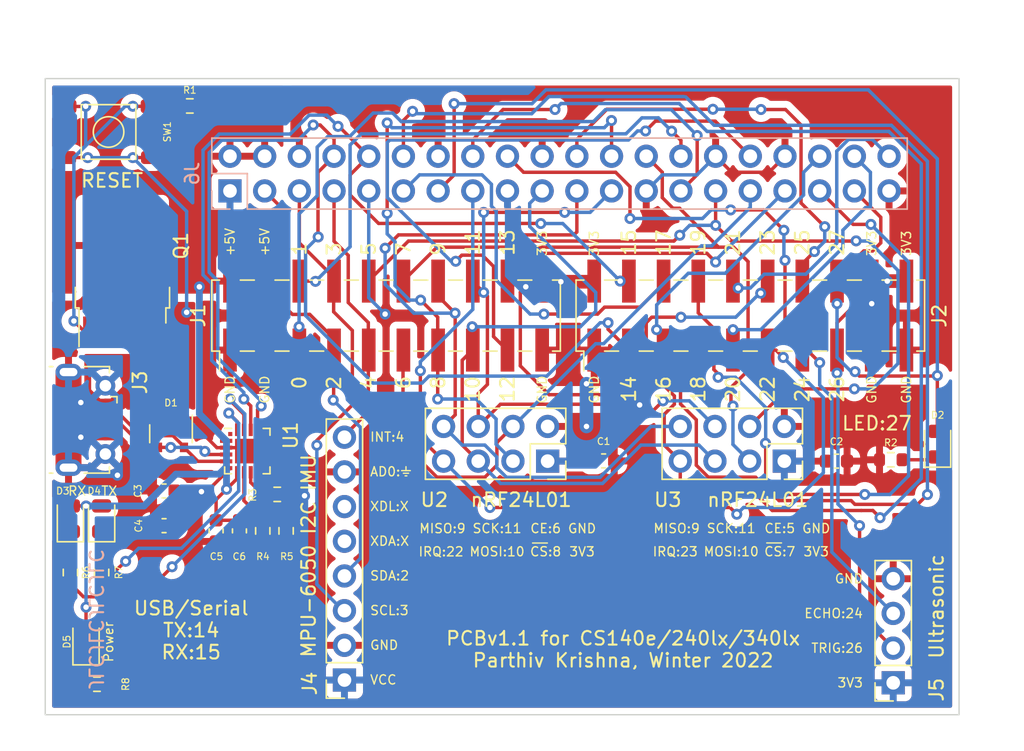
<source format=kicad_pcb>
(kicad_pcb (version 20211014) (generator pcbnew)
  (layers (0 "F.Cu" signal) (31 "B.Cu" signal) (34 "B.Paste" user) (35 "F.Paste" user) (36 "B.SilkS" user "B.Silkscreen") (37 "F.SilkS" user "F.Silkscreen") (38 "B.Mask" user) (39 "F.Mask" user) (44 "Edge.Cuts" user))
  (net 0 "")
  (net 1 "+3V3")
  (net 2 "+5V")
  (net 3 "GND")
  (net 5 "Net-(D1-Pad1)")
  (net 7 "Net-(R3-Pad2)")
  (net 15 "/CP2102N/USBD-")
  (net 16 "/CP2102N/USBD+")
  (net 17 "Net-(D3-Pad1)")
  (net 18 "Net-(D4-Pad1)")
  (net 19 "/CP2102N/nTXLED")
  (net 20 "GPIO27")
  (net 21 "GPIO2")
  (net 22 "GPIO3")
  (net 23 "GPIO4")
  (net 24 "GPIO14")
  (net 25 "GPIO15")
  (net 26 "GPIO17")
  (net 27 "GPIO18")
  (net 28 "GPIO22")
  (net 29 "GPIO23")
  (net 30 "GPIO24")
  (net 31 "GPIO10")
  (net 32 "GPIO9")
  (net 33 "GPIO25")
  (net 34 "GPIO11")
  (net 35 "GPIO8")
  (net 36 "GPIO7")
  (net 37 "GPIO0")
  (net 38 "GPIO1")
  (net 39 "GPIO5")
  (net 40 "GPIO6")
  (net 41 "GPIO12")
  (net 42 "GPIO13")
  (net 43 "GPIO19")
  (net 44 "GPIO16")
  (net 45 "GPIO26")
  (net 46 "GPIO20")
  (net 47 "GPIO21")
  (net 48 "/CP2102N/VBUS_DIV")
  (net 50 "VBUS")
  (net 51 "/CP2102N/nRESET")
  (net 52 "/CP2102N/nRXLED")
  (net 53 "Net-(D5-Pad1)")
  (footprint "Package_TO_SOT_SMD:TO-252-3_TabPin2" (layer "F.Cu") (at 108.966 100.076 90)
    (fp_text reference "Q1")
    (fp_text value "Q_PMOS_GDS")
  )
  (footprint "Capacitor_SMD:C_0603_1608Metric" (layer "F.Cu") (at 115.824 118.872 -90)
    (fp_text reference "C5")
    (fp_text value "4.7uF")
  )
  (footprint "LED_SMD:LED_0805_2012Metric" (layer "F.Cu") (at 168.656 112.522 90)
    (fp_text reference "D2")
    (fp_text value "LED")
  )
  (footprint "Capacitor_SMD:C_0603_1608Metric" (layer "F.Cu") (at 161.25 113.766)
    (fp_text reference "C2")
    (fp_text value "10uF")
  )
  (footprint "Resistor_SMD:R_0603_1608Metric" (layer "F.Cu") (at 107.1 130.1)
    (fp_text reference "R8")
    (fp_text value "1k")
  )
  (footprint "Connector_PinHeader_2.54mm:PinHeader_2x10_P2.54mm_Vertical_SMD" (layer "F.Cu") (at 128.27 103.109 90)
    (fp_text reference "J1")
    (fp_text value "Conn_02x10_Odd_Even")
  )
  (footprint "LED_SMD:LED_0805_2012Metric" (layer "F.Cu") (at 105.156 117.983 90)
    (fp_text reference "D3")
    (fp_text value "LED")
  )
  (footprint "Connector_PinSocket_2.54mm:PinSocket_2x04_P2.54mm_Vertical" (layer "F.Cu") (at 157.430666 113.766 -90)
    (fp_text reference "U3")
    (fp_text value "NRF24L01")
  )
  (footprint "Resistor_SMD:R_0603_1608Metric" (layer "F.Cu") (at 107.442 121.92 -90)
    (fp_text reference "R7")
    (fp_text value "1k")
  )
  (footprint "Connector_PinSocket_2.54mm:PinSocket_1x08_P2.54mm_Vertical" (layer "F.Cu") (at 125.222 129.794 180)
    (fp_text reference "J4")
    (fp_text value "MPU6050")
  )
  (footprint "Resistor_SMD:R_0603_1608Metric" (layer "F.Cu") (at 165.227 113.665 180)
    (fp_text reference "R2")
    (fp_text value "100")
  )
  (footprint "parthiv_pcb_v2:Button_TS-1187A-B-A-B" (layer "F.Cu") (at 107.95 89.662)
    (fp_text reference "SW1")
    (fp_text value "RESET")
  )
  (footprint "Package_DFN_QFN:SiliconLabs_QFN-20-1EP_3x3mm_P0.5mm_EP1.8x1.8mm" (layer "F.Cu") (at 118.11 113.03)
    (fp_text reference "U1")
    (fp_text value "CP2102N-Axx-xQFN20")
  )
  (footprint "Connector_PinHeader_2.54mm:PinHeader_2x10_P2.54mm_Vertical_SMD" (layer "F.Cu") (at 154.94 103.109 90)
    (fp_text reference "J2")
    (fp_text value "Conn_02x10_Odd_Even")
  )
  (footprint "LED_SMD:LED_0805_2012Metric" (layer "F.Cu") (at 107.442 117.983 90)
    (fp_text reference "D4")
    (fp_text value "LED")
  )
  (footprint "Connector_USB:USB_Micro-B_Molex-105017-0001" (layer "F.Cu") (at 106.254 110.744 -90)
    (fp_text reference "J3")
    (fp_text value "USB_B_Micro")
  )
  (footprint "Connector_PinSocket_2.54mm:PinSocket_2x04_P2.54mm_Vertical" (layer "F.Cu") (at 140.1 113.766 -90)
    (fp_text reference "U2")
    (fp_text value "NRF24L01")
  )
  (footprint "Capacitor_SMD:C_0603_1608Metric" (layer "F.Cu") (at 144.2 113.75)
    (fp_text reference "C1")
    (fp_text value "10uF")
  )
  (footprint "Capacitor_SMD:C_0603_1608Metric" (layer "F.Cu") (at 112.014 115.951 180)
    (fp_text reference "C3")
    (fp_text value "4.7uF")
  )
  (footprint "Resistor_SMD:R_0603_1608Metric" (layer "F.Cu") (at 113.9 87.757)
    (fp_text reference "R1")
    (fp_text value "10k")
  )
  (footprint "Capacitor_SMD:C_0603_1608Metric" (layer "F.Cu") (at 117.532666 118.872 -90)
    (fp_text reference "C6")
    (fp_text value "100nF")
  )
  (footprint "Resistor_SMD:R_0603_1608Metric" (layer "F.Cu") (at 105.156 121.92 -90)
    (fp_text reference "R6")
    (fp_text value "1k")
  )
  (footprint "Resistor_SMD:R_0603_1608Metric" (layer "F.Cu") (at 120.3 116.2 180)
    (fp_text reference "R3")
    (fp_text value "1k")
  )
  (footprint "Capacitor_SMD:C_0603_1608Metric" (layer "F.Cu") (at 112.014 118.491 180)
    (fp_text reference "C4")
    (fp_text value "100nF")
  )
  (footprint "Connector_PinSocket_2.54mm:PinSocket_1x04_P2.54mm_Vertical" (layer "F.Cu") (at 165.4048 129.9972 180)
    (fp_text reference "J5")
    (fp_text value "Ultrasonic")
  )
  (footprint "LED_SMD:LED_0805_2012Metric" (layer "F.Cu") (at 106.3 127 90)
    (fp_text reference "D5")
    (fp_text value "LED")
  )
  (footprint "Package_TO_SOT_SMD:SOT-143" (layer "F.Cu") (at 112.522 111.76 -90)
    (fp_text reference "D1")
    (fp_text value "SP0503BAHT")
  )
  (footprint "Resistor_SMD:R_0603_1608Metric" (layer "F.Cu") (at 120.95 118.872 -90)
    (fp_text reference "R5")
    (fp_text value "47k")
  )
  (footprint "Resistor_SMD:R_0603_1608Metric" (layer "F.Cu") (at 119.241332 118.872 90)
    (fp_text reference "R4")
    (fp_text value "22k")
  )
  (footprint "Connector_PinSocket_2.54mm:PinSocket_2x20_P2.54mm_Vertical" (layer "B.Cu") (at 116.84 93.98 -90)
    (fp_text reference "J6")
    (fp_text value "Raspberry_Pi_2_3")
  )
  (gr_line (start 156.141 119.757) (end 157.226 119.757) (layer "F.SilkS") (width 0.1))
  (gr_line (start 138.996 119.761) (end 140.081 119.761) (layer "F.SilkS") (width 0.1))
  (gr_rect (start 103.3112 85.754) (end 170.227 132.334) (layer "Edge.Cuts") (width 0.1) (fill none))
  (gr_text "JLCJLCJLCJLC" (at 107.0102 125.349 270) (layer "B.SilkS") (effects (font (size 1 1)) (justify mirror)))
  (gr_text "16" (at 148.59 107.442 90) (layer "F.SilkS") (effects (font (size 1 1)) (justify right)))
  (gr_text "8" (at 132.08 107.442 90) (layer "F.SilkS") (effects (font (size 1 1)) (justify right)))
  (gr_text "SDA:2" (at 127.045 122.159) (layer "F.SilkS") (effects (font (size 0.67 0.67) (thickness 0.1)) (justify left)))
  (gr_text "3V3" (at 163.83 98.806 90) (layer "F.SilkS") (effects (font (size 0.67 0.67) (thickness 0.1)) (justify left)))
  (gr_text "3" (at 124.46 98.806 90) (layer "F.SilkS") (effects (font (size 1 1)) (justify left)))
  (gr_text "19" (at 151.13 98.806 90) (layer "F.SilkS") (effects (font (size 1 1)) (justify left)))
  (gr_text "GND" (at 139.7 107.442 90) (layer "F.SilkS") (effects (font (size 0.67 0.67) (thickness 0.1)) (justify right)))
  (gr_text "CE:6" (at 139.954 118.696) (layer "F.SilkS") (effects (font (size 0.67 0.67) (thickness 0.1))))
  (gr_text "1" (at 121.92 98.806 90) (layer "F.SilkS") (effects (font (size 1 1)) (justify left)))
  (gr_text "6" (at 129.54 107.442 90) (layer "F.SilkS") (effects (font (size 1 1)) (justify right)))
  (gr_text "0" (at 121.92 107.442 90) (layer "F.SilkS") (effects (font (size 1 1)) (justify right)))
  (gr_text "CS:7" (at 157.099 120.392) (layer "F.SilkS") (effects (font (size 0.67 0.67) (thickness 0.1))))
  (gr_text "3V3" (at 163.2458 129.9972) (layer "F.SilkS") (effects (font (size 0.67 0.67) (thickness 0.1)) (justify right)))
  (gr_text "21" (at 153.67 98.806 90) (layer "F.SilkS") (effects (font (size 1 1)) (justify left)))
  (gr_text "17" (at 148.59 98.806 90) (layer "F.SilkS") (effects (font (size 1 1)) (justify left)))
  (gr_text "3V3" (at 139.7 98.806 90) (layer "F.SilkS") (effects (font (size 0.67 0.67) (thickness 0.1)) (justify left)))
  (gr_text "11" (at 134.62 98.806 90) (layer "F.SilkS") (effects (font (size 1 1)) (justify left)))
  (gr_text "XDA:X" (at 127.045 119.619) (layer "F.SilkS") (effects (font (size 0.67 0.67) (thickness 0.1)) (justify left)))
  (gr_text "9" (at 132.08 98.806 90) (layer "F.SilkS") (effects (font (size 1 1)) (justify left)))
  (gr_text "GND" (at 127.045 127.239) (layer "F.SilkS") (effects (font (size 0.67 0.67) (thickness 0.1)) (justify left)))
  (gr_text "13" (at 137.16 98.806 90) (layer "F.SilkS") (effects (font (size 1 1)) (justify left)))
  (gr_text "20" (at 153.67 107.442 90) (layer "F.SilkS") (effects (font (size 1 1)) (justify right)))
  (gr_text "23" (at 156.21 98.806 90) (layer "F.SilkS") (effects (font (size 1 1)) (justify left)))
  (gr_text "TX" (at 108 115.95) (layer "F.SilkS") (effects (font (size 0.67 0.67) (thickness 0.1))))
  (gr_text "MISO:9" (at 132.4 118.7) (layer "F.SilkS") (effects (font (size 0.67 0.67) (thickness 0.1))))
  (gr_text "MOSI:10" (at 153.543 120.392) (layer "F.SilkS") (effects (font (size 0.67 0.67) (thickness 0.1))))
  (gr_text "CE:5" (at 157.099 118.692) (layer "F.SilkS") (effects (font (size 0.67 0.67) (thickness 0.1))))
  (gr_text "3V3" (at 159.766 120.396) (layer "F.SilkS") (effects (font (size 0.67 0.67) (thickness 0.1))))
  (gr_text "INT:4" (at 127.045 111.999) (layer "F.SilkS") (effects (font (size 0.67 0.67) (thickness 0.1)) (justify left)))
  (gr_text "3V3" (at 143.51 98.806 90) (layer "F.SilkS") (effects (font (size 0.67 0.67) (thickness 0.1)) (justify left)))
  (gr_text "ECHO:24" (at 163.2458 124.9172) (layer "F.SilkS") (effects (font (size 0.67 0.67) (thickness 0.1)) (justify right)))
  (gr_text "VCC" (at 127.045 129.779) (layer "F.SilkS") (effects (font (size 0.67 0.67) (thickness 0.1)) (justify left)))
  (gr_text "SCK:11" (at 153.543 118.692) (layer "F.SilkS") (effects (font (size 0.67 0.67) (thickness 0.1))))
  (gr_text "27" (at 161.29 98.806 90) (layer "F.SilkS") (effects (font (size 1 1)) (justify left)))
  (gr_text "TRIG:26" (at 163.2458 127.4572) (layer "F.SilkS") (effects (font (size 0.67 0.67) (thickness 0.1)) (justify right)))
  (gr_text "IRQ:22" (at 132.3 120.4) (layer "F.SilkS") (effects (font (size 0.67 0.67) (thickness 0.1))))
  (gr_text "USB/Serial\nTX:14\nRX:15" (at 114 126.15) (layer "F.SilkS") (effects (font (size 1 1))))
  (gr_text "RX" (at 105.65 115.95) (layer "F.SilkS") (effects (font (size 0.67 0.67) (thickness 0.1))))
  (gr_text "RESET" (at 108.204 93.218) (layer "F.SilkS") (effects (font (size 1 1))))
  (gr_text "3V3" (at 142.621 120.4) (layer "F.SilkS") (effects (font (size 0.67 0.67) (thickness 0.1))))
  (gr_text "26" (at 161.29 107.442 90) (layer "F.SilkS") (effects (font (size 1 1)) (justify right)))
  (gr_text "GND" (at 163.2458 122.3772) (layer "F.SilkS") (effects (font (size 0.67 0.67) (thickness 0.1)) (justify right)))
  (gr_text "nRF24L01" (at 155.49019 116.6) (layer "F.SilkS") (effects (font (size 1 1))))
  (gr_text "MOSI:10" (at 136.398 120.396) (layer "F.SilkS") (effects (font (size 0.67 0.67) (thickness 0.1))))
  (gr_text "18" (at 151.13 107.442 90) (layer "F.SilkS") (effects (font (size 1 1)) (justify right)))
  (gr_text "Ultrasonic" (at 168.5798 124.4092 90) (layer "F.SilkS") (effects (font (size 1 1))))
  (gr_text "7" (at 129.54 98.806 90) (layer "F.SilkS") (effects (font (size 1 1)) (justify left)))
  (gr_text "2\n" (at 124.46 107.442 90) (layer "F.SilkS") (effects (font (size 1 1)) (justify right)))
  (gr_text "SCK:11" (at 136.398 118.696) (layer "F.SilkS") (effects (font (size 0.67 0.67) (thickness 0.1))))
  (gr_text "CS:8" (at 139.954 120.396) (layer "F.SilkS") (effects (font (size 0.67 0.67) (thickness 0.1))))
  (gr_text "24" (at 158.75 107.442 90) (layer "F.SilkS") (effects (font (size 1 1)) (justify right)))
  (gr_text "GND" (at 159.766 118.696) (layer "F.SilkS") (effects (font (size 0.67 0.67) (thickness 0.1))))
  (gr_text "22" (at 156.21 107.442 90) (layer "F.SilkS") (effects (font (size 1 1)) (justify right)))
  (gr_text "AD0:⏚" (at 127.045 114.539) (layer "F.SilkS") (effects (font (size 0.67 0.67) (thickness 0.1)) (justify left)))
  (gr_text "GND" (at 163.83 107.442 90) (layer "F.SilkS") (effects (font (size 0.67 0.67) (thickness 0.1)) (justify right)))
  (gr_text "GND" (at 119.38 107.442 90) (layer "F.SilkS") (effects (font (size 0.67 0.67) (thickness 0.1)) (justify right)))
  (gr_text "3V3" (at 166.37 98.806 90) (layer "F.SilkS") (effects (font (size 0.67 0.67) (thickness 0.1)) (justify left)))
  (gr_text "SCL:3" (at 127.045 124.699) (layer "F.SilkS") (effects (font (size 0.67 0.67) (thickness 0.1)) (justify left)))
  (gr_text "IRQ:23" (at 149.445 120.396) (layer "F.SilkS") (effects (font (size 0.67 0.67) (thickness 0.1))))
  (gr_text "12" (at 137.16 107.442 90) (layer "F.SilkS") (effects (font (size 1 1)) (justify right)))
  (gr_text "10" (at 134.62 107.442 90) (layer "F.SilkS") (effects (font (size 1 1)) (justify right)))
  (gr_text "+5V" (at 119.38 98.806 90) (layer "F.SilkS") (effects (font (size 0.67 0.67) (thickness 0.1)) (justify left)))
  (gr_text "GND" (at 143.51 107.442 90) (layer "F.SilkS") (effects (font (size 0.67 0.67) (thickness 0.1)) (justify right)))
  (gr_text "PCBv1.1 for CS140e/240lx/340lx\nParthiv Krishna, Winter 2022" (at 145.625 127.55) (layer "F.SilkS") (effects (font (size 1 1))))
  (gr_text "GND" (at 142.621 118.7) (layer "F.SilkS") (effects (font (size 0.67 0.67) (thickness 0.1))))
  (gr_text "4" (at 127 107.442 90) (layer "F.SilkS") (effects (font (size 1 1)) (justify right)))
  (gr_text "LED:27" (at 164.211 110.998) (layer "F.SilkS") (effects (font (size 1 1))))
  (gr_text "MPU-6050 I2C IMU" (at 122.6 120.7 90) (layer "F.SilkS") (effects (font (size 1 1))))
  (gr_text "nRF24L01" (at 138.159524 116.6) (layer "F.SilkS") (effects (font (size 1 1))))
  (gr_text "5" (at 127 98.806 90) (layer "F.SilkS") (effects (font (size 1 1)) (justify left)))
  (gr_text "GND" (at 116.84 107.442 90) (layer "F.SilkS") (effects (font (size 0.67 0.67) (thickness 0.1)) (justify right)))
  (gr_text "GND" (at 166.37 107.442 90) (layer "F.SilkS") (effects (font (size 0.67 0.67) (thickness 0.1)) (justify right)))
  (gr_text "14" (at 146.05 107.442 90) (layer "F.SilkS") (effects (font (size 1 1)) (justify right)))
  (gr_text "25" (at 158.75 98.806 90) (layer "F.SilkS") (effects (font (size 1 1)) (justify left)))
  (gr_text "Power" (at 107.95 127 90) (layer "F.SilkS") (effects (font (size 0.67 0.67) (thickness 0.1))))
  (gr_text "MISO:9" (at 149.545 118.696) (layer "F.SilkS") (effects (font (size 0.67 0.67) (thickness 0.1))))
  (gr_text "15" (at 146.05 98.806 90) (layer "F.SilkS") (effects (font (size 1 1)) (justify left)))
  (gr_text "XDL:X" (at 127.045 117.079) (layer "F.SilkS") (effects (font (size 0.67 0.67) (thickness 0.1)) (justify left)))
  (gr_text "+5V" (at 116.84 98.806 90) (layer "F.SilkS") (effects (font (size 0.67 0.67) (thickness 0.1)) (justify left)))
  (segment (start 138.1 106.789) (end 140.211 108.9) (width 0.25) (layer "F.Cu") (net 1))
  (segment (start 112.789 115.951) (end 112.789 118.491) (width 0.25) (layer "F.Cu") (net 1))
  (segment (start 122.2 116.2) (end 122.3 116.3) (width 0.25) (layer "F.Cu") (net 1))
  (segment (start 138.5 101) (end 138.1 101.4) (width 0.25) (layer "F.Cu") (net 1))
  (segment (start 115.14 116) (end 114.75 116) (width 0.25) (layer "F.Cu") (net 1))
  (segment (start 141.07 100.63) (end 143.469 100.63) (width 1) (layer "F.Cu") (net 1))
  (segment (start 140.211 108.9) (end 146.0856 108.9) (width 0.25) (layer "F.Cu") (net 1))
  (segment (start 140.1 113.766) (end 143.409 113.766) (width 0.5) (layer "F.Cu") (net 1))
  (segment (start 157.430666 113.766) (end 160.475 113.766) (width 0.5) (layer "F.Cu") (net 1))
  (segment (start 163.83 100.584) (end 164.973 100.584) (width 1) (layer "F.Cu") (net 1))
  (segment (start 139.289 101) (end 139.7 100.589) (width 1) (layer "F.Cu") (net 1))
  (segment (start 143.409 113.766) (end 143.425 113.75) (width 0.5) (layer "F.Cu") (net 1))
  (segment (start 138.5 101) (end 139.289 101) (width 1) (layer "F.Cu") (net 1))
  (segment (start 112.838 116) (end 112.789 115.951) (width 0.25) (layer "F.Cu") (net 1))
  (segment (start 164.973 100.584) (end 166.37 100.584) (width 1) (layer "F.Cu") (net 1))
  (segment (start 121.125 116.2) (end 122.2 116.2) (width 0.25) (layer "F.Cu") (net 1))
  (segment (start 116.86 114.28) (end 115.14 116) (width 0.25) (layer "F.Cu") (net 1))
  (segment (start 143.469 100.63) (end 143.51 100.589) (width 1) (layer "F.Cu") (net 1))
  (segment (start 138.1 101.4) (end 138.1 106.789) (width 0.25) (layer "F.Cu") (net 1))
  (segment (start 114.75 116) (end 112.838 116) (width 0.25) (layer "F.Cu") (net 1))
  (segment (start 146.0856 108.9) (end 146.8374 109.6518) (width 0.25) (layer "F.Cu") (net 1))
  (via (at 114.75 116) (size 0.8) (drill 0.4) (layers "F.Cu" "B.Cu") (net 1))
  (via (at 141.07 100.63) (size 0.8) (drill 0.4) (layers "F.Cu" "B.Cu") (net 1))
  (via (at 146.8374 109.6518) (size 0.8) (drill 0.4) (layers "F.Cu" "B.Cu") (net 1))
  (via (at 164.973 100.584) (size 0.8) (drill 0.4) (layers "F.Cu" "B.Cu") (net 1))
  (via (at 138.5 101) (size 0.8) (drill 0.4) (layers "F.Cu" "B.Cu") (net 1))
  (via (at 163.83 102.235) (size 0.8) (drill 0.4) (layers "F.Cu" "B.Cu") (net 1))
  (via (at 122.3 116.3) (size 0.8) (drill 0.4) (layers "F.Cu" "B.Cu") (net 1))
  (segment (start 108.966 104.276) (end 108.966 97.976) (width 1) (layer "F.Cu") (net 2))
  (segment (start 115.824 118.097) (end 117.532666 118.097) (width 0.25) (layer "F.Cu") (net 2))
  (segment (start 107.442 117.0455) (end 106.3045 117.0455) (width 0.25) (layer "F.Cu") (net 2))
  (segment (start 106.3 124.46) (end 106.3 126.0625) (width 0.25) (layer "F.Cu") (net 2))
  (segment (start 115.824 116.586) (end 115.824 118.097) (width 0.25) (layer "F.Cu") (net 2))
  (segment (start 117.36 114.58) (end 117.36 115.05) (width 0.25) (layer "F.Cu") (net 2))
  (segment (start 117.641332 118.097) (end 119.241332 119.697) (width 0.25) (layer "F.Cu") (net 2))
  (segment (start 106.3045 117.0455) (end 106.3 117.05) (width 0.25) (layer "F.Cu") (net 2))
  (segment (start 106.2955 117.0455) (end 106.3 117.05) (width 0.25) (layer "F.Cu") (net 2))
  (segment (start 117.5 118.097) (end 117.65 118.097) (width 0.25) (layer "F.Cu") (net 2))
  (segment (start 116.586 115.824) (end 115.824 116.586) (width 0.25) (layer "F.Cu") (net 2))
  (segment (start 117.36 115.05) (end 116.586 115.824) (width 0.25) (layer "F.Cu") (net 2))
  (segment (start 117.532666 118.097) (end 117.641332 118.097) (width 0.25) (layer "F.Cu") (net 2))
  (segment (start 105.156 117.0455) (end 106.2955 117.0455) (width 0.25) (layer "F.Cu") (net 2))
  (via (at 106.3 124.46) (size 0.8) (drill 0.4) (layers "F.Cu" "B.Cu") (net 2))
  (via (at 116.586 115.824) (size 0.8) (drill 0.4) (layers "F.Cu" "B.Cu") (net 2))
  (via (at 106.3 117.05) (size 0.8) (drill 0.4) (layers "F.Cu" "B.Cu") (net 2))
  (via (at 114.6 101) (size 0.8) (drill 0.4) (layers "F.Cu" "B.Cu") (net 2))
  (segment (start 110.55 117.05) (end 106.3 117.05) (width 0.5) (layer "B.Cu") (net 2))
  (segment (start 116.586 114.173) (end 116.039 114.72) (width 0.5) (layer "B.Cu") (net 2))
  (segment (start 114.6 101) (end 114.6 110.297918) (width 0.5) (layer "B.Cu") (net 2))
  (segment (start 116.586 112.283918) (end 116.586 114.173) (width 0.5) (layer "B.Cu") (net 2))
  (segment (start 116.039 114.72) (end 112.88 114.72) (width 0.5) (layer "B.Cu") (net 2))
  (segment (start 106.3 117.05) (end 106.3 124.46) (width 0.25) (layer "B.Cu") (net 2))
  (segment (start 116.586 114.173) (end 116.586 115.824) (width 0.5) (layer "B.Cu") (net 2))
  (segment (start 112.88 114.72) (end 110.55 117.05) (width 0.5) (layer "B.Cu") (net 2))
  (segment (start 114.6 110.297918) (end 116.586 112.283918) (width 0.5) (layer "B.Cu") (net 2))
  (segment (start 118.11 113.03) (end 117.86 112.78) (width 0.25) (layer "F.Cu") (net 3))
  (segment (start 108.219 111.394) (end 109.22 112.395) (width 0.25) (layer "F.Cu") (net 3))
  (segment (start 121.157 87.757) (end 114.725 87.757) (width 0.25) (layer "F.Cu") (net 3))
  (segment (start 108.869 112.044) (end 109.22 112.395) (width 0.25) (layer "F.Cu") (net 3))
  (segment (start 156.305 92.615) (end 157.48 91.44) (width 0.25) (layer "F.Cu") (net 3))
  (segment (start 119.66 113.78) (end 121.285 113.78) (width 0.25) (layer "F.Cu") (net 3))
  (segment (start 119.66 113.78) (end 118.86 113.78) (width 0.25) (layer "F.Cu") (net 3))
  (segment (start 115.88 112.78) (end 115.15 112.05) (width 0.25) (layer "F.Cu") (net 3))
  (segment (start 121.157 87.757) (end 121.92 88.52) (width 0.25) (layer "F.Cu") (net 3))
  (segment (start 152.4 91.44) (end 153.575 92.615) (width 0.25) (layer "F.Cu") (net 3))
  (segment (start 105.0165 107.844) (end 105.0165 113.644) (width 0.5) (layer "F.Cu") (net 3))
  (segment (start 116.56 112.78) (end 115.88 112.78) (width 0.25) (layer "F.Cu") (net 3))
  (segment (start 121.92 88.52) (end 121.92 91.44) (width 0.25) (layer "F.Cu") (net 3))
  (segment (start 107.7165 111.394) (end 108.219 111.394) (width 0.25) (layer "F.Cu") (net 3))
  (segment (start 117.86 112.78) (end 116.56 112.78) (width 0.25) (layer "F.Cu") (net 3))
  (segment (start 107.7165 112.044) (end 108.869 112.044) (width 0.25) (layer "F.Cu") (net 3))
  (segment (start 109.22 112.395) (end 109.22 113.665) (width 0.25) (layer "F.Cu") (net 3))
  (segment (start 118.86 113.78) (end 118.11 113.03) (width 0.25) (layer "F.Cu") (net 3))
  (segment (start 113.272 110.76) (end 114.935 110.76) (width 0.5) (layer "F.Cu") (net 3))
  (segment (start 153.575 92.615) (end 156.305 92.615) (width 0.25) (layer "F.Cu") (net 3))
  (via (at 105.918 109.474) (size 0.8) (drill 0.4) (layers "F.Cu" "B.Cu") (net 3))
  (via (at 142.944 108.1) (size 0.8) (drill 0.4) (layers "F.Cu" "B.Cu") (net 3))
  (via (at 142.944 111.226) (size 0.8) (drill 0.4) (layers "F.Cu" "B.Cu") (net 3))
  (via (at 108.6 114.8) (size 0.8) (drill 0.4) (layers "F.Cu" "B.Cu") (net 3))
  (via (at 105.918 112.014) (size 0.8) (drill 0.4) (layers "F.Cu" "B.Cu") (net 3))
  (via (at 128.2 103) (size 0.8) (drill 0.4) (layers "F.Cu" "B.Cu") (net 3))
  (segment (start 127 93.98) (end 127 101.8) (width 0.25) (layer "B.Cu") (net 3))
  (segment (start 148.495 92.805) (end 151.035 92.805) (width 0.25) (layer "B.Cu") (net 3))
  (segment (start 147.32 93.98) (end 148.495 92.805) (width 0.25) (layer "B.Cu") (net 3))
  (segment (start 151.035 92.805) (end 152.4 91.44) (width 0.25) (layer "B.Cu") (net 3))
  (segment (start 142.944 108.1) (end 142.944 111.226) (width 1) (layer "B.Cu") (net 3))
  (segment (start 127 101.8) (end 128.2 103) (width 0.25) (layer "B.Cu") (net 3))
  (segment (start 166.052 113.665) (end 168.4505 113.665) (width 0.25) (layer "F.Cu") (net 5))
  (segment (start 168.4505 113.665) (end 168.656 113.4595) (width 0.25) (layer "F.Cu") (net 5))
  (segment (start 118.36 115.33) (end 118.36 114.58) (width 0.25) (layer "F.Cu") (net 7))
  (segment (start 119.475 116.2) (end 119.23 116.2) (width 0.25) (layer "F.Cu") (net 7))
  (segment (start 119.23 116.2) (end 118.36 115.33) (width 0.25) (layer "F.Cu") (net 7))
  (segment (start 107.7165 110.094) (end 108.518828 110.094) (width 0.25) (layer "F.Cu") (net 15))
  (segment (start 113.472 112.76) (end 113.472 112.71) (width 0.5) (layer "F.Cu") (net 15))
  (segment (start 110.324828 111.9) (end 112.665305 111.9) (width 0.25) (layer "F.Cu") (net 15))
  (segment (start 108.518828 110.094) (end 110.324828 111.9) (width 0.25) (layer "F.Cu") (net 15))
  (segment (start 112.665305 111.9) (end 113.472 112.706695) (width 0.25) (layer "F.Cu") (net 15))
  (segment (start 113.472 112.76) (end 114.492 113.78) (width 0.25) (layer "F.Cu") (net 15))
  (segment (start 116.56 113.78) (end 114.492 113.78) (width 0.25) (layer "F.Cu") (net 15))
  (segment (start 110.548432 112.76) (end 111.572 112.76) (width 0.25) (layer "F.Cu") (net 16))
  (segment (start 116.56 113.28) (end 115.23 113.28) (width 0.25) (layer "F.Cu") (net 16))
  (segment (start 107.7165 110.744) (end 108.532432 110.744) (width 0.25) (layer "F.Cu") (net 16))
  (segment (start 111.572 112.76) (end 112.5 112.76) (width 0.25) (layer "F.Cu") (net 16))
  (segment (start 108.532432 110.744) (end 110.548432 112.76) (width 0.25) (layer "F.Cu") (net 16))
  (segment (start 115.23 113.28) (end 115 113.05) (width 0.25) (layer "F.Cu") (net 16))
  (via (at 115 113.05) (size 0.8) (drill 0.4) (layers "F.Cu" "B.Cu") (net 16))
  (via (at 112.5 112.76) (size 0.8) (drill 0.4) (layers "F.Cu" "B.Cu") (net 16))
  (segment (start 114.71 112.76) (end 115 113.05) (width 0.25) (layer "B.Cu") (net 16))
  (segment (start 112.5 112.76) (end 114.71 112.76) (width 0.25) (layer "B.Cu") (net 16))
  (segment (start 105.156 121.095) (end 105.156 118.9205) (width 0.25) (layer "F.Cu") (net 17))
  (segment (start 107.442 118.9205) (end 107.442 121.095) (width 0.25) (layer "F.Cu") (net 18))
  (segment (start 116.75 110.25) (end 117.36 110.86) (width 0.25) (layer "F.Cu") (net 19))
  (segment (start 107.442 122.745) (end 109.2 121.1) (width 0.25) (layer "F.Cu") (net 19))
  (segment (start 117.36 110.86) (end 117.36 111.48) (width 0.25) (layer "F.Cu") (net 19))
  (via (at 116.75 110.25) (size 0.8) (drill 0.4) (layers "F.Cu" "B.Cu") (net 19))
  (via (at 109.2 121.1) (size 0.8) (drill 0.4) (layers "F.Cu" "B.Cu") (net 19))
  (segment (start 113.285305 120.15) (end 117.475 115.960305) (width 0.25) (layer "B.Cu") (net 19))
  (segment (start 113.285305 120.15) (end 110.15 120.15) (width 0.25) (layer "B.Cu") (net 19))
  (segment (start 116.75 110.25) (end 116.75 110.273) (width 0.25) (layer "B.Cu") (net 19))
  (segment (start 117.475 110.998) (end 117.475 115.960305) (width 0.25) (layer "B.Cu") (net 19))
  (segment (start 110.15 120.15) (end 109.2 121.1) (width 0.25) (layer "B.Cu") (net 19))
  (segment (start 116.75 110.273) (end 117.475 110.998) (width 0.25) (layer "B.Cu") (net 19))
  (segment (start 168.6345 111.563) (end 168.656 111.5845) (width 0.25) (layer "F.Cu") (net 20))
  (segment (start 162.6108 107.2134) (end 162.9314 107.534) (width 0.25) (layer "F.Cu") (net 20))
  (segment (start 133.255 92.805) (end 133.255 87.595) (width 0.25) (layer "F.Cu") (net 20))
  (segment (start 162.9314 107.534) (end 168.6005 107.534) (width 0.25) (layer "F.Cu") (net 20))
  (segment (start 168.6345 107.5) (end 168.6345 111.563) (width 0.25) (layer "F.Cu") (net 20))
  (segment (start 133.255 87.595) (end 133.25 87.59) (width 0.25) (layer "F.Cu") (net 20))
  (segment (start 132.08 93.98) (end 133.255 92.805) (width 0.25) (layer "F.Cu") (net 20))
  (via (at 162.6108 107.2134) (size 0.8) (drill 0.4) (layers "F.Cu" "B.Cu") (net 20))
  (via (at 161.29 102.235) (size 0.8) (drill 0.4) (layers "F.Cu" "B.Cu") (net 20))
  (via (at 133.25 87.59) (size 0.8) (drill 0.4) (layers "F.Cu" "B.Cu") (net 20))
  (via (at 168.6345 107.5) (size 0.8) (drill 0.4) (layers "F.Cu" "B.Cu") (net 20))
  (segment (start 163.58 86.58) (end 168.6345 91.6345) (width 0.25) (layer "B.Cu") (net 20))
  (segment (start 162.3314 107.2134) (end 162.6108 107.2134) (width 0.25) (layer "B.Cu") (net 20))
  (segment (start 139.97 86.58) (end 163.58 86.58) (width 0.25) (layer "B.Cu") (net 20))
  (segment (start 133.25 87.59) (end 138.96 87.59) (width 0.25) (layer "B.Cu") (net 20))
  (segment (start 161.29 106.172) (end 162.3314 107.2134) (width 0.25) (layer "B.Cu") (net 20))
  (segment (start 168.6345 91.6345) (end 168.6345 107.5) (width 0.25) (layer "B.Cu") (net 20))
  (segment (start 161.29 102.235) (end 161.29 106.172) (width 0.25) (layer "B.Cu") (net 20))
  (segment (start 138.96 87.59) (end 139.97 86.58) (width 0.25) (layer "B.Cu") (net 20))
  (segment (start 124.43 105.634) (end 124.43 109.27) (width 0.25) (layer "F.Cu") (net 21))
  (segment (start 121.065 102.6754) (end 121.412 103.0224) (width 0.25) (layer "F.Cu") (net 21))
  (segment (start 124.43 104.7704) (end 124.43 105.634) (width 0.25) (layer "F.Cu") (net 21))
  (segment (start 122.682 103.0224) (end 124.43 104.7704) (width 0.25) (layer "F.Cu") (net 21))
  (segment (start 124.4 109.3) (end 124.43 109.27) (width 0.25) (layer "F.Cu") (net 21))
  (segment (start 121.065 95.665) (end 121.065 102.6754) (width 0.25) (layer "F.Cu") (net 21))
  (segment (start 124.43 104.872) (end 124.43 106.665) (width 0.25) (layer "F.Cu") (net 21))
  (segment (start 119.38 93.98) (end 121.065 95.665) (width 0.25) (layer "F.Cu") (net 21))
  (segment (start 121.412 103.0224) (end 122.682 103.0224) (width 0.25) (layer "F.Cu") (net 21))
  (via (at 124.4 109.3) (size 0.8) (drill 0.4) (layers "F.Cu" "B.Cu") (net 21))
  (segment (start 124.4 109.3) (end 126.397 111.297) (width 0.25) (layer "B.Cu") (net 21))
  (segment (start 126.397 120.877) (end 125.115 122.159) (width 0.25) (layer "B.Cu") (net 21))
  (segment (start 126.397 111.297) (end 126.397 120.877) (width 0.25) (layer "B.Cu") (net 21))
  (segment (start 123.2 112.252299) (end 123.2 112.6) (width 0.25) (layer "F.Cu") (net 22))
  (segment (start 121.92 93.98) (end 121.92 97.79) (width 0.25) (layer "F.Cu") (net 22))
  (segment (start 124.43 100.584) (end 124.43 102.83) (width 0.25) (layer "F.Cu") (net 22))
  (segment (start 124.46 100.33) (end 124.46 100.584) (width 0.25) (layer "F.Cu") (net 22))
  (segment (start 121.92 97.79) (end 124.46 100.33) (width 0.25) (layer "F.Cu") (net 22))
  (segment (start 125.8 104.2) (end 125.8 109.652299) (width 0.25) (layer "F.Cu") (net 22))
  (segment (start 125.8 109.652299) (end 123.2 112.252299) (width 0.25) (layer "F.Cu") (net 22))
  (segment (start 124.43 102.83) (end 125.8 104.2) (width 0.25) (layer "F.Cu") (net 22))
  (via (at 123.2 112.6) (size 0.8) (drill 0.4) (layers "F.Cu" "B.Cu") (net 22))
  (segment (start 123.2 112.6) (end 123.2 122.784) (width 0.25) (layer "B.Cu") (net 22))
  (segment (start 123.2 122.784) (end 125.115 124.699) (width 0.25) (layer "B.Cu") (net 22))
  (segment (start 126.97 105.634) (end 126.97 110.144) (width 0.25) (layer "F.Cu") (net 23))
  (segment (start 125.5 98.7) (end 124.46 97.66) (width 0.25) (layer "F.Cu") (net 23))
  (segment (start 125.5 102.15) (end 125.5 98.7) (width 0.25) (layer "F.Cu") (net 23))
  (segment (start 126.97 110.144) (end 125.115 111.999) (width 0.25) (layer "F.Cu") (net 23))
  (segment (start 126.97 103.62) (end 125.5 102.15) (width 0.25) (layer "F.Cu") (net 23))
  (segment (start 124.46 97.66) (end 124.46 93.98) (width 0.25) (layer "F.Cu") (net 23))
  (segment (start 126.97 105.634) (end 126.97 103.62) (width 0.25) (layer "F.Cu") (net 23))
  (segment (start 144.526 104.11) (end 146.05 105.634) (width 0.25) (layer "F.Cu") (net 24))
  (segment (start 118.86 111.48) (end 118.86 109.994) (width 0.25) (layer "F.Cu") (net 24))
  (segment (start 144.526 103.632) (end 144.526 104.11) (width 0.25) (layer "F.Cu") (net 24))
  (segment (start 123.444 89.154) (end 124.46 90.17) (width 0.25) (layer "F.Cu") (net 24))
  (segment (start 124.46 91.44) (end 123.285 92.615) (width 0.25) (layer "F.Cu") (net 24))
  (segment (start 122.936 89.154) (end 123.444 89.154) (width 0.25) (layer "F.Cu") (net 24))
  (segment (start 123.285 92.615) (end 123.285 97.335) (width 0.25) (layer "F.Cu") (net 24))
  (segment (start 118.86 109.994) (end 119.126 109.728) (width 0.25) (layer "F.Cu") (net 24))
  (segment (start 124.46 90.17) (end 124.46 91.44) (width 0.25) (layer "F.Cu") (net 24))
  (segment (start 123.285 97.335) (end 123.3 97.35) (width 0.25) (layer "F.Cu") (net 24))
  (via (at 119.126 109.728) (size 0.8) (drill 0.4) (layers "F.Cu" "B.Cu") (net 24))
  (via (at 144.526 103.632) (size 0.8) (drill 0.4) (layers "F.Cu" "B.Cu") (net 24))
  (via (at 123.3 97.35) (size 0.8) (drill 0.4) (layers "F.Cu" "B.Cu") (net 24))
  (via (at 122.936 89.154) (size 0.8) (drill 0.4) (layers "F.Cu" "B.Cu") (net 24))
  (segment (start 140.04 107.54) (end 131.415305 107.54) (width 0.25) (layer "B.Cu") (net 24))
  (segment (start 130.905305 108.05) (end 127.32 108.05) (width 0.25) (layer "B.Cu") (net 24))
  (segment (start 144.526 103.632) (end 143.948 103.632) (width 0.25) (layer "B.Cu") (net 24))
  (segment (start 116.237 90.265) (end 115.316 91.186) (width 0.25) (layer "B.Cu") (net 24))
  (segment (start 115.95 106.2) (end 119.126 109.376) (width 0.25) (layer "B.Cu") (net 24))
  (segment (start 131.415305 107.54) (end 130.905305 108.05) (width 0.25) (layer "B.Cu") (net 24))
  (segment (start 122.375 103.105) (end 122.375 98.275) (width 0.25) (layer "B.Cu") (net 24))
  (segment (start 121.835 90.265) (end 116.237 90.265) (width 0.25) (layer "B.Cu") (net 24))
  (segment (start 122.375 98.275) (end 123.3 97.35) (width 0.25) (layer "B.Cu") (net 24))
  (segment (start 115.316 99.938299) (end 115.95 100.572299) (width 0.25) (layer "B.Cu") (net 24))
  (segment (start 115.316 91.186) (end 115.316 99.938299) (width 0.25) (layer "B.Cu") (net 24))
  (segment (start 127.32 108.05) (end 122.375 103.105) (width 0.25) (layer "B.Cu") (net 24))
  (segment (start 143.948 103.632) (end 140.04 107.54) (width 0.25) (layer "B.Cu") (net 24))
  (segment (start 122.8 89.3) (end 121.835 90.265) (width 0.25) (layer "B.Cu") (net 24))
  (segment (start 115.95 100.572299) (end 115.95 106.2) (width 0.25) (layer "B.Cu") (net 24))
  (segment (start 119.126 109.376) (end 119.126 109.728) (width 0.25) (layer "B.Cu") (net 24))
  (segment (start 127.718299 96.36) (end 139.5908 96.36) (width 0.25) (layer "F.Cu") (net 25))
  (segment (start 118.36 109.724) (end 118.36 111.48) (width 0.25) (layer "F.Cu") (net 25))
  (segment (start 124.75 89.25) (end 124.81 89.25) (width 0.25) (layer "F.Cu") (net 25))
  (segment (start 125.635 94.276701) (end 127.718299 96.36) (width 0.25) (layer "F.Cu") (net 25))
  (segment (start 117.856 109.22) (end 118.36 109.724) (width 0.25) (layer "F.Cu") (net 25))
  (segment (start 124.81 89.25) (end 127 91.44) (width 0.25) (layer "F.Cu") (net 25))
  (segment (start 139.5908 96.36) (end 139.5984 96.3676) (width 0.25) (layer "F.Cu") (net 25))
  (segment (start 125.635 92.805) (end 125.635 94.276701) (width 0.25) (layer "F.Cu") (net 25))
  (segment (start 127 91.44) (end 125.635 92.805) (width 0.25) (layer "F.Cu") (net 25))
  (via (at 145.415 100.584) (size 0.8) (drill 0.4) (layers "F.Cu" "B.Cu") (net 25))
  (via (at 124.75 89.25) (size 0.8) (drill 0.4) (layers "F.Cu" "B.Cu") (net 25))
  (via (at 117.856 109.22) (size 0.8) (drill 0.4) (layers "F.Cu" "B.Cu") (net 25))
  (via (at 139.5984 96.3676) (size 0.8) (drill 0.4) (layers "F.Cu" "B.Cu") (net 25))
  (segment (start 123.929 88.429) (end 122.635695 88.429) (width 0.25) (layer "B.Cu") (net 25))
  (segment (start 114.866 90.999604) (end 114.866 100.124695) (width 0.25) (layer "B.Cu") (net 25))
  (segment (start 115.5 100.758695) (end 115.5 106.39) (width 0.25) (layer "B.Cu") (net 25))
  (segment (start 117.856 108.746) (end 117.856 109.22) (width 0.25) (layer "B.Cu") (net 25))
  (segment (start 121.259695 89.805) (end 121.259695 89.815) (width 0.25) (layer "B.Cu") (net 25))
  (segment (start 121.259695 89.815) (end 116.050604 89.815) (width 0.25) (layer "B.Cu") (net 25))
  (segment (start 122.635695 88.429) (end 121.259695 89.805) (width 0.25) (layer "B.Cu") (net 25))
  (segment (start 144.74 99.9) (end 144.74 99.909) (width 0.25) (layer "B.Cu") (net 25))
  (segment (start 116.050604 89.815) (end 114.866 90.999604) (width 0.25) (layer "B.Cu") (net 25))
  (segment (start 124.75 89.25) (end 123.929 88.429) (width 0.25) (layer "B.Cu") (net 25))
  (segment (start 114.866 100.124695) (end 115.5 100.758695) (width 0.25) (layer "B.Cu") (net 25))
  (segment (start 144.74 99.909) (end 145.415 100.584) (width 0.25) (layer "B.Cu") (net 25))
  (segment (start 141.2076 96.3676) (end 144.74 99.9) (width 0.25) (layer "B.Cu") (net 25))
  (segment (start 115.5 106.39) (end 117.856 108.746) (width 0.25) (layer "B.Cu") (net 25))
  (segment (start 139.5984 96.3676) (end 141.2076 96.3676) (width 0.25) (layer "B.Cu") (net 25))
  (segment (start 146.87 102.489) (end 144.272 102.489) (width 0.25) (layer "F.Cu") (net 26))
  (segment (start 143.764 102.997) (end 144.272 102.489) (width 0.25) (layer "F.Cu") (net 26))
  (segment (start 139.827 102.997) (end 143.764 102.997) (width 0.25) (layer "F.Cu") (net 26))
  (segment (start 148.59 100.769) (end 146.87 102.489) (width 0.25) (layer "F.Cu") (net 26))
  (segment (start 148.59 100.584) (end 148.59 100.769) (width 0.25) (layer "F.Cu") (net 26))
  (via (at 139.827 102.997) (size 0.8) (drill 0.4) (layers "F.Cu" "B.Cu") (net 26))
  (segment (start 129.54 93.98) (end 130.715 92.805) (width 0.25) (layer "B.Cu") (net 26))
  (segment (start 136.335 100.515) (end 138.817 102.997) (width 0.25) (layer "B.Cu") (net 26))
  (segment (start 135.296701 92.805) (end 135.985 93.493299) (width 0.25) (layer "B.Cu") (net 26))
  (segment (start 135.985 93.493299) (end 135.985 95.095) (width 0.25) (layer "B.Cu") (net 26))
  (segment (start 135.985 95.095) (end 136.335 95.445) (width 0.25) (layer "B.Cu") (net 26))
  (segment (start 130.715 92.805) (end 135.296701 92.805) (width 0.25) (layer "B.Cu") (net 26))
  (segment (start 138.817 102.997) (end 139.827 102.997) (width 0.25) (layer "B.Cu") (net 26))
  (segment (start 136.335 95.445) (end 136.335 100.515) (width 0.25) (layer "B.Cu") (net 26))
  (segment (start 150.985666 110.739299) (end 150.985666 114.062701) (width 0.25) (layer "F.Cu") (net 27))
  (segment (start 149.83 109.583633) (end 150.985666 110.739299) (width 0.25) (layer "F.Cu") (net 27))
  (segment (start 157.041 116.655) (end 162.3242 116.655) (width 0.25) (layer "F.Cu") (net 27))
  (segment (start 162.5992 116.93) (end 167.1944 116.93) (width 0.25) (layer "F.Cu") (net 27))
  (segment (start 155.327 114.941) (end 157.041 116.655) (width 0.25) (layer "F.Cu") (net 27))
  (segment (start 149.83 106.529) (end 149.83 109.583633) (width 0.25) (layer "F.Cu") (net 27))
  (segment (start 129.54 88.82) (end 129.54 91.44) (width 0.25) (layer "F.Cu") (net 27))
  (segment (start 150.985666 114.062701) (end 151.863965 114.941) (width 0.25) (layer "F.Cu") (net 27))
  (segment (start 151.863965 114.941) (end 155.327 114.941) (width 0.25) (layer "F.Cu") (net 27))
  (segment (start 162.3242 116.655) (end 162.5992 116.93) (width 0.25) (layer "F.Cu") (net 27))
  (segment (start 130.21 88.15) (end 129.54 88.82) (width 0.25) (layer "F.Cu") (net 27))
  (segment (start 167.1944 116.93) (end 167.91 116.2144) (width 0.25) (layer "F.Cu") (net 27))
  (segment (start 150.725 105.634) (end 149.83 106.529) (width 0.25) (layer "F.Cu") (net 27))
  (via (at 130.21 88.15) (size 0.8) (drill 0.4) (layers "F.Cu" "B.Cu") (net 27))
  (via (at 167.91 116.2144) (size 0.8) (drill 0.4) (layers "F.Cu" "B.Cu") (net 27))
  (segment (start 167.91 91.813604) (end 167.91 116.2144) (width 0.25) (layer "B.Cu") (net 27))
  (segment (start 130.383604 88.323604) (end 138.936396 88.323604) (width 0.25) (layer "B.Cu") (net 27))
  (segment (start 140.19 87.07) (end 150.08 87.07) (width 0.25) (layer "B.Cu") (net 27))
  (segment (start 152.294695 89.174695) (end 165.271091 89.174695) (width 0.25) (layer "B.Cu") (net 27))
  (segment (start 130.21 88.15) (end 130.383604 88.323604) (width 0.25) (layer "B.Cu") (net 27))
  (segment (start 138.936396 88.323604) (end 140.19 87.07) (width 0.25) (layer "B.Cu") (net 27))
  (segment (start 150.21 87.09) (end 152.294695 89.174695) (width 0.25) (layer "B.Cu") (net 27))
  (segment (start 165.271091 89.174695) (end 167.91 91.813604) (width 0.25) (layer "B.Cu") (net 27))
  (segment (start 156.21 105.634) (end 156.815 105.634) (width 0.25) (layer "F.Cu") (net 28))
  (segment (start 135.874 117.16) (end 145.5318 117.16) (width 0.25) (layer "F.Cu") (net 28))
  (segment (start 145.5318 117.16) (end 153.4566 117.16) (width 0.25) (layer "F.Cu") (net 28))
  (segment (start 153.4566 117.16) (end 153.9494 117.6528) (width 0.25) (layer "F.Cu") (net 28))
  (segment (start 130.78 107.15) (end 130.78 112.066) (width 0.25) (layer "F.Cu") (net 28))
  (segment (start 156.815 105.634) (end 157.353 106.172) (width 0.25) (layer "F.Cu") (net 28))
  (segment (start 130.78 112.066) (end 132.48 113.766) (width 0.25) (layer "F.Cu") (net 28))
  (via (at 135.874 117.16) (size 0.8) (drill 0.4) (layers "F.Cu" "B.Cu") (net 28))
  (via (at 157.353 106.172) (size 0.8) (drill 0.4) (layers "F.Cu" "B.Cu") (net 28))
  (via (at 130.78 107.15) (size 0.8) (drill 0.4) (layers "F.Cu" "B.Cu") (net 28))
  (via (at 153.9494 117.6528) (size 0.8) (drill 0.4) (layers "F.Cu" "B.Cu") (net 28))
  (segment (start 160.29 114.615305) (end 157.745305 117.16) (width 0.25) (layer "B.Cu") (net 28))
  (segment (start 131.3 105.97) (end 131.01 106.26) (width 0.25) (layer "B.Cu") (net 28))
  (segment (start 135.874 117.16) (end 132.48 113.766) (width 0.25) (layer "B.Cu") (net 28))
  (segment (start 131.01 106.26) (end 130.78 106.49) (width 0.25) (layer "B.Cu") (net 28))
  (segment (start 130.78 106.49) (end 130.78 107.15) (width 0.25) (layer "B.Cu") (net 28))
  (segment (start 153.9494 117.6528) (end 154.4422 117.16) (width 0.25) (layer "B.Cu") (net 28))
  (segment (start 131.305 105.97) (end 134.62 102.655) (width 0.25) (layer "B.Cu") (net 28))
  (segment (start 134.62 102.655) (end 134.62 93.98) (width 0.25) (layer "B.Cu") (net 28))
  (segment (start 154.4422 117.16) (end 157.745305 117.16) (width 0.25) (layer "B.Cu") (net 28))
  (segment (start 157.353 106.172) (end 160.29 109.109) (width 0.25) (layer "B.Cu") (net 28))
  (segment (start 160.29 109.109) (end 160.29 114.615305) (width 0.25) (layer "B.Cu") (net 28))
  (segment (start 131.305 105.97) (end 131.3 105.97) (width 0.25) (layer "B.Cu") (net 28))
  (segment (start 163.068 117.38) (end 163.9128 117.38) (width 0.25) (layer "F.Cu") (net 29))
  (segment (start 136.837919 88.02) (end 140.64 88.02) (width 0.25) (layer "F.Cu") (net 29))
  (segment (start 149.38 109.6) (end 148.635666 110.344334) (width 0.25) (layer "F.Cu") (net 29))
  (segment (start 149.810666 113.766) (end 149.810666 115.393666) (width 0.25) (layer "F.Cu") (net 29))
  (segment (start 163.9128 117.38) (end 164.4396 117.9068) (width 0.25) (layer "F.Cu") (net 29))
  (segment (start 149.86 103.225) (end 147.727 103.225) (width 0.25) (layer "F.Cu") (net 29))
  (segment (start 148.635666 112.591) (end 149.810666 113.766) (width 0.25) (layer "F.Cu") (net 29))
  (segment (start 147.727 103.225) (end 147.32 103.632) (width 0.25) (layer "F.Cu") (net 29))
  (segment (start 149.38 108.994) (end 149.38 109.6) (width 0.25) (layer "F.Cu") (net 29))
  (segment (start 149.810666 115.393666) (end 150.5966 116.1796) (width 0.25) (layer "F.Cu") (net 29))
  (segment (start 148.635666 110.344334) (end 148.635666 112.591) (width 0.25) (layer "F.Cu") (net 29))
  (segment (start 156.5468 117.38) (end 163.068 117.38) (width 0.25) (layer "F.Cu") (net 29))
  (segment (start 134.62 90.237919) (end 136.837919 88.02) (width 0.25) (layer "F.Cu") (net 29))
  (segment (start 155.3464 116.1796) (end 156.5468 117.38) (width 0.25) (layer "F.Cu") (net 29))
  (segment (start 154.7876 116.1796) (end 155.3464 116.1796) (width 0.25) (layer "F.Cu") (net 29))
  (segment (start 134.62 91.44) (end 134.62 90.237919) (width 0.25) (layer "F.Cu") (net 29))
  (segment (start 150.5966 116.1796) (end 154.7876 116.1796) (width 0.25) (layer "F.Cu") (net 29))
  (segment (start 147.32 106.934) (end 149.38 108.994) (width 0.25) (layer "F.Cu") (net 29))
  (segment (start 147.32 103.632) (end 147.32 106.934) (width 0.25) (layer "F.Cu") (net 29))
  (via (at 140.64 88.02) (size 0.8) (drill 0.4) (layers "F.Cu" "B.Cu") (net 29))
  (via (at 155.702 101.473) (size 0.8) (drill 0.4) (layers "F.Cu" "B.Cu") (net 29))
  (via (at 164.4396 117.9068) (size 0.8) (drill 0.4) (layers "F.Cu" "B.Cu") (net 29))
  (via (at 149.86 103.225) (size 0.8) (drill 0.4) (layers "F.Cu" "B.Cu") (net 29))
  (segment (start 155.702 101.473) (end 155.627 101.473) (width 0.25) (layer "B.Cu") (net 29))
  (segment (start 149.730305 87.58) (end 141.08 87.58) (width 0.25) (layer "B.Cu") (net 29))
  (segment (start 167.46 92) (end 165.084695 89.624695) (width 0.25) (layer "B.Cu") (net 29))
  (segment (start 155.627 101.473) (end 153.875 103.225) (width 0.25) (layer "B.Cu") (net 29))
  (segment (start 164.592 117.9068) (end 167.46 115.0388) (width 0.25) (layer "B.Cu") (net 29))
  (segment (start 165.084695 89.624695) (end 151.775 89.624695) (width 0.25) (layer "B.Cu") (net 29))
  (segment (start 151.775 89.624695) (end 149.730305 87.58) (width 0.25) (layer "B.Cu") (net 29))
  (segment (start 167.46 115.0388) (end 167.46 92) (width 0.25) (layer "B.Cu") (net 29))
  (segment (start 164.4396 117.9068) (end 164.592 117.9068) (width 0.25) (layer "B.Cu") (net 29))
  (segment (start 141.08 87.58) (end 140.64 88.02) (width 0.25) (layer "B.Cu") (net 29))
  (segment (start 153.875 103.225) (end 149.86 103.225) (width 0.25) (layer "B.Cu") (net 29))
  (segment (start 158.75 105.634) (end 159.101 105.634) (width 0.25) (layer "F.Cu") (net 30))
  (segment (start 153.5 95.37) (end 155.91 95.37) (width 0.25) (layer "F.Cu") (net 30))
  (segment (start 155.91 95.37) (end 157.4 96.86) (width 0.25) (layer "F.Cu") (net 30))
  (segment (start 137.16 91.44) (end 138.335 92.615) (width 0.25) (layer "F.Cu") (net 30))
  (segment (start 157.48 104.521) (end 158.593 105.634) (width 0.25) (layer "F.Cu") (net 30))
  (segment (start 138.335 92.615) (end 145.076701 92.615) (width 0.25) (layer "F.Cu") (net 30))
  (segment (start 146.13 93.668299) (end 146.13 96) (width 0.25) (layer "F.Cu") (net 30))
  (segment (start 145.076701 92.615) (end 146.13 93.668299) (width 0.25) (layer "F.Cu") (net 30))
  (segment (start 159.101 105.634) (end 160.02 106.553) (width 0.25) (layer "F.Cu") (net 30))
  (segment (start 157.48 99.06) (end 157.48 104.521) (width 0.25) (layer "F.Cu") (net 30))
  (via (at 157.48 99.06) (size 0.8) (drill 0.4) (layers "F.Cu" "B.Cu") (net 30))
  (via (at 157.4 96.86) (size 0.8) (drill 0.4) (layers "F.Cu" "B.Cu") (net 30))
  (via (at 160.02 106.553) (size 0.8) (drill 0.4) (layers "F.Cu" "B.Cu") (net 30))
  (via (at 146.13 96) (size 0.8) (drill 0.4) (layers "F.Cu" "B.Cu") (net 30))
  (via (at 153.5 95.37) (size 0.8) (drill 0.4) (layers "F.Cu" "B.Cu") (net 30))
  (segment (start 157.4 96.86) (end 157.4 98.98) (width 0.25) (layer "B.Cu") (net 30))
  (segment (start 160.02 108.202604) (end 160.909 109.091604) (width 0.25) (layer "B.Cu") (net 30))
  (segment (start 151.44 96) (end 151.98 95.46) (width 0.25) (layer "B.Cu") (net 30))
  (segment (start 160.909 109.091604) (end 160.909 120.4214) (width 0.25) (layer "B.Cu") (net 30))
  (segment (start 152.07 95.37) (end 153.5 95.37) (width 0.25) (layer "B.Cu") (net 30))
  (segment (start 160.909 120.4214) (end 165.4048 124.9172) (width 0.25) (layer "B.Cu") (net 30))
  (segment (start 151.98 95.46) (end 152.07 95.37) (width 0.25) (layer "B.Cu") (net 30))
  (segment (start 157.4 98.98) (end 157.48 99.06) (width 0.25) (layer "B.Cu") (net 30))
  (segment (start 160.02 106.553) (end 160.02 108.202604) (width 0.25) (layer "B.Cu") (net 30))
  (segment (start 146.13 96) (end 151.44 96) (width 0.25) (layer "B.Cu") (net 30))
  (segment (start 134.59 105.634) (end 133.845 106.379) (width 0.25) (layer "F.Cu") (net 31))
  (segment (start 133.845 106.379) (end 133.845 112.591) (width 0.25) (layer "F.Cu") (net 31))
  (segment (start 133.845 112.591) (end 135.02 113.766) (width 0.25) (layer "F.Cu") (net 31))
  (via (at 134.575 103.925) (size 0.8) (drill 0.4) (layers "F.Cu" "B.Cu") (net 31))
  (segment (start 151.175666 112.591) (end 152.350666 113.766) (width 0.25) (layer "B.Cu") (net 31))
  (segment (start 136.654 115.4) (end 144.120695 115.4) (width 0.25) (layer "B.Cu") (net 31))
  (segment (start 146.929695 112.591) (end 151.175666 112.591) (width 0.25) (layer "B.Cu") (net 31))
  (segment (start 143.62 102.8) (end 143.62 101.414505) (width 0.25) (layer "B.Cu") (net 31))
  (segment (start 138.7856 96.580105) (end 138.7856 94.8944) (width 0.25) (layer "B.Cu") (net 31))
  (segment (start 142.495 103.925) (end 143.62 102.8) (width 0.25) (layer "B.Cu") (net 31))
  (segment (start 134.575 103.925) (end 142.495 103.925) (width 0.25) (layer "B.Cu") (net 31))
  (segment (start 138.7856 94.8944) (end 139.7 93.98) (width 0.25) (layer "B.Cu") (net 31))
  (segment (start 144.120695 115.4) (end 146.929695 112.591) (width 0.25) (layer "B.Cu") (net 31))
  (segment (start 135.02 113.766) (end 136.654 115.4) (width 0.25) (layer "B.Cu") (net 31))
  (segment (start 143.62 101.414505) (end 138.7856 96.580105) (width 0.25) (layer "B.Cu") (net 31))
  (segment (start 133.3205 102.9295) (end 133.33 102.939) (width 0.25) (layer "F.Cu") (net 32))
  (segment (start 132.05 101.659) (end 133.3205 102.9295) (width 0.25) (layer "F.Cu") (net 32))
  (segment (start 129.175 97.2) (end 128.2 98.175) (width 0.25) (layer "F.Cu") (net 32))
  (segment (start 142.24 93.98) (end 142.24 96.985) (width 0.25) (layer "F.Cu") (net 32))
  (segment (start 133.33 102.939) (end 133.33 110.376) (width 0.25) (layer "F.Cu") (net 32))
  (segment (start 133.33 110.376) (end 132.48 111.226) (width 0.25) (layer "F.Cu") (net 32))
  (segment (start 142.025 97.2) (end 129.175 97.2) (width 0.25) (layer "F.Cu") (net 32))
  (segment (start 132.05 100.584) (end 132.05 101.659) (width 0.25) (layer "F.Cu") (net 32))
  (segment (start 142.24 96.985) (end 142.025 97.2) (width 0.25) (layer "F.Cu") (net 32))
  (via (at 133.3205 102.9295) (size 0.8) (drill 0.4) (layers "F.Cu" "B.Cu") (net 32))
  (via (at 128.2 98.175) (size 0.8) (drill 0.4) (layers "F.Cu" "B.Cu") (net 32))
  (segment (start 133.845 112.591) (end 135.506701 112.591) (width 0.25) (layer "B.Cu") (net 32))
  (segment (start 136.375 113.459299) (end 136.375 114.242701) (width 0.25) (layer "B.Cu") (net 32))
  (segment (start 135.506701 112.591) (end 136.375 113.459299) (width 0.25) (layer "B.Cu") (net 32))
  (segment (start 128.2 100.825) (end 130.3045 102.9295) (width 0.25) (layer "B.Cu") (net 32))
  (segment (start 147.658299 111.226) (end 149.810666 111.226) (width 0.25) (layer "B.Cu") (net 32))
  (segment (start 143.934299 114.95) (end 147.658299 111.226) (width 0.25) (layer "B.Cu") (net 32))
  (segment (start 137.082299 114.95) (end 143.934299 114.95) (width 0.25) (layer "B.Cu") (net 32))
  (segment (start 128.2 98.175) (end 128.2 100.825) (width 0.25) (layer "B.Cu") (net 32))
  (segment (start 130.3045 102.9295) (end 133.3205 102.9295) (width 0.25) (layer "B.Cu") (net 32))
  (segment (start 136.375 114.242701) (end 137.082299 114.95) (width 0.25) (layer "B.Cu") (net 32))
  (segment (start 132.48 111.226) (end 133.845 112.591) (width 0.25) (layer "B.Cu") (net 32))
  (segment (start 157.51915 88.01915) (end 155.72085 88.01915) (width 0.25) (layer "F.Cu") (net 33))
  (segment (start 160.39 96.6) (end 158.655 94.865) (width 0.25) (layer "F.Cu") (net 33))
  (segment (start 158.655 94.865) (end 158.655 89.155) (width 0.25) (layer "F.Cu") (net 33))
  (segment (start 152.2 88) (end 144.44 88) (width 0.25) (layer "F.Cu") (net 33))
  (segment (start 158.655 89.155) (end 157.51915 88.01915) (width 0.25) (layer "F.Cu") (net 33))
  (segment (start 142.24 90.2) (end 142.24 91.44) (width 0.25) (layer "F.Cu") (net 33))
  (segment (start 158.75 100.584) (end 158.75 99.305402) (width 0.25) (layer "F.Cu") (net 33))
  (segment (start 144.44 88) (end 142.24 90.2) (width 0.25) (layer "F.Cu") (net 33))
  (segment (start 158.75 99.305402) (end 159.634701 98.420701) (width 0.25) (layer "F.Cu") (net 33))
  (via (at 155.72085 88.01915) (size 0.8) (drill 0.4) (layers "F.Cu" "B.Cu") (net 33))
  (via (at 160.39 96.6) (size 0.8) (drill 0.4) (layers "F.Cu" "B.Cu") (net 33))
  (via (at 159.634701 98.420701) (size 0.8) (drill 0.4) (layers "F.Cu" "B.Cu") (net 33))
  (via (at 152.2 88) (size 0.8) (drill 0.4) (layers "F.Cu" "B.Cu") (net 33))
  (segment (start 160.39 97.665402) (end 159.634701 98.420701) (width 0.25) (layer "B.Cu") (net 33))
  (segment (start 155.701701 88) (end 152.2 88) (width 0.25) (layer "B.Cu") (net 33))
  (segment (start 160.39 96.6) (end 160.39 97.665402) (width 0.25) (layer "B.Cu") (net 33))
  (segment (start 148.549 109.351) (end 147.41 110.49) (width 0.25) (layer "F.Cu") (net 34))
  (segment (start 145.796 110.49) (end 144.907 109.601) (width 0.25) (layer "F.Cu") (net 34))
  (segment (start 135.415 95.55) (end 141.35 95.55) (width 0.25) (layer "F.Cu") (net 34))
  (segment (start 135.69 101.684) (end 135.69 108.15) (width 0.25) (layer "F.Cu") (net 34))
  (segment (start 135.69 108.15) (end 135.02 108.82) (width 0.25) (layer "F.Cu") (net 34))
  (segment (start 147.41 110.49) (end 145.796 110.49) (width 0.25) (layer "F.Cu") (net 34))
  (segment (start 144.907 109.601) (end 136.645 109.601) (width 0.25) (layer "F.Cu") (net 34))
  (segment (start 135.02 108.82) (end 135.02 111.226) (width 0.25) (layer "F.Cu") (net 34))
  (segment (start 135.415 101.409) (end 134.59 100.584) (width 0.25) (layer "F.Cu") (net 34))
  (segment (start 136.645 109.601) (end 135.02 111.226) (width 0.25) (layer "F.Cu") (net 34))
  (segment (start 135.415 101.409) (end 135.69 101.684) (width 0.25) (layer "F.Cu") (net 34))
  (via (at 141.35 95.55) (size 0.8) (drill 0.4) (layers "F.Cu" "B.Cu") (net 34))
  (via (at 148.549 109.351) (size 0.8) (drill 0.4) (layers "F.Cu" "B.Cu") (net 34))
  (via (at 135.415 101.409) (size 0.8) (drill 0.4) (layers "F.Cu" "B.Cu") (net 34))
  (via (at 135.415 95.55) (size 0.8) (drill 0.4) (layers "F.Cu" "B.Cu") (net 34))
  (segment (start 148.549 109.351) (end 150.475666 109.351) (width 0.25) (layer "B.Cu") (net 34))
  (segment (start 150.475666 109.351) (end 152.350666 111.226) (width 0.25) (layer "B.Cu") (net 34))
  (segment (start 135.415 101.409) (end 135.415 95.55) (width 0.25) (layer "B.Cu") (net 34))
  (segment (start 141.35 95.55) (end 143.21 95.55) (width 0.25) (layer "B.Cu") (net 34))
  (segment (start 143.21 95.55) (end 144.78 93.98) (width 0.25) (layer "B.Cu") (net 34))
  (segment (start 130.8 101.975) (end 132.05 103.225) (width 0.25) (layer "F.Cu") (net 35))
  (segment (start 128.35 95.625) (end 128.35 89) (width 0.25) (layer "F.Cu") (net 35))
  (segment (start 144.775 88.825) (end 144.78 88.83) (width 0.25) (layer "F.Cu") (net 35))
  (segment (start 144.78 88.83) (end 144.78 91.44) (width 0.25) (layer "F.Cu") (net 35))
  (segment (start 132.05 103.225) (end 132.05 109.22) (width 0.25) (layer "F.Cu") (net 35))
  (via (at 128.35 89) (size 0.8) (drill 0.4) (layers "F.Cu" "B.Cu") (net 35))
  (via (at 130.8 101.975) (size 0.8) (drill 0.4) (layers "F.Cu" "B.Cu") (net 35))
  (via (at 144.775 88.825) (size 0.8) (drill 0.4) (layers "F.Cu" "B.Cu") (net 35))
  (via (at 128.35 95.625) (size 0.8) (drill 0.4) (layers "F.Cu" "B.Cu") (net 35))
  (via (at 132.05 109.22) (size 0.8) (drill 0.4) (layers "F.Cu" "B.Cu") (net 35))
  (segment (start 132.05 109.22) (end 134.865701 109.22) (width 0.25) (layer "B.Cu") (net 35))
  (segment (start 130.825 89.35) (end 144.25 89.35) (width 0.25) (layer "B.Cu") (net 35))
  (segment (start 144.25 89.35) (end 144.775 88.825) (width 0.25) (layer "B.Cu") (net 35))
  (segment (start 134.865701 109.22) (end 136.325 110.679299) (width 0.25) (layer "B.Cu") (net 35))
  (segment (start 128.7 89.35) (end 130.825 89.35) (width 0.25) (layer "B.Cu") (net 35))
  (segment (start 136.325 112.531) (end 137.56 113.766) (width 0.25) (layer "B.Cu") (net 35))
  (segment (start 128.35 89) (end 128.7 89.35) (width 0.25) (layer "B.Cu") (net 35))
  (segment (start 130.8 101.975) (end 129.986396 101.975) (width 0.25) (layer "B.Cu") (net 35))
  (segment (start 128.35 97.125) (end 128.35 95.625) (width 0.25) (layer "B.Cu") (net 35))
  (segment (start 128.925 97.7) (end 128.35 97.125) (width 0.25) (layer "B.Cu") (net 35))
  (segment (start 129.986396 101.975) (end 128.925 100.913604) (width 0.25) (layer "B.Cu") (net 35))
  (segment (start 136.325 110.679299) (end 136.325 112.531) (width 0.25) (layer "B.Cu") (net 35))
  (segment (start 128.925 100.913604) (end 128.925 97.7) (width 0.25) (layer "B.Cu") (net 35))
  (segment (start 152.611 98.1) (end 149.761 95.25) (width 0.25) (layer "F.Cu") (net 36))
  (segment (start 149.278299 95.25) (end 148.495 94.466701) (width 0.25) (layer "F.Cu") (net 36))
  (segment (start 131.994 98.1) (end 152.611 98.1) (width 0.25) (layer "F.Cu") (net 36))
  (segment (start 148.495 94.466701) (end 148.495 92.615) (width 0.25) (layer "F.Cu") (net 36))
  (segment (start 129.51 100.584) (end 131.994 98.1) (width 0.25) (layer "F.Cu") (net 36))
  (segment (start 153.721 98.1) (end 152.611 98.1) (width 0.25) (layer "F.Cu") (net 36))
  (segment (start 153.525666 109.583666) (end 153.67 109.728) (width 0.25) (layer "F.Cu") (net 36))
  (segment (start 154.776 99.155) (end 153.721 98.1) (width 0.25) (layer "F.Cu") (net 36))
  (segment (start 153.525666 108.374334) (end 153.525666 109.583666) (width 0.25) (layer "F.Cu") (net 36))
  (segment (start 154.776 107.124) (end 154.776 99.155) (width 0.25) (layer "F.Cu") (net 36))
  (segment (start 149.761 95.25) (end 149.278299 95.25) (width 0.25) (layer "F.Cu") (net 36))
  (segment (start 148.495 92.615) (end 147.32 91.44) (width 0.25) (layer "F.Cu") (net 36))
  (segment (start 153.525666 108.374334) (end 154.776 107.124) (width 0.25) (layer "F.Cu") (net 36))
  (via (at 153.67 109.728) (size 0.8) (drill 0.4) (layers "F.Cu" "B.Cu") (net 36))
  (segment (start 153.67 109.728) (end 153.67 112.545334) (width 0.25) (layer "B.Cu") (net 36))
  (segment (start 153.67 112.545334) (end 154.890666 113.766) (width 0.25) (layer "B.Cu") (net 36))
  (segment (start 149.86 93.98) (end 151.05 92.79) (width 0.25) (layer "F.Cu") (net 37))
  (segment (start 151.05 92.79) (end 151.05 89.925) (width 0.25) (layer "F.Cu") (net 37))
  (via (at 121.9 103.925) (size 0.8) (drill 0.4) (layers "F.Cu" "B.Cu") (net 37))
  (via (at 151.05 89.925) (size 0.8) (drill 0.4) (layers "F.Cu" "B.Cu") (net 37))
  (segment (start 143.46 88.9) (end 129.38 88.9) (width 0.25) (layer "B.Cu") (net 37))
  (segment (start 128.755 88.275) (end 127.325 88.275) (width 0.25) (layer "B.Cu") (net 37))
  (segment (start 151.05 89.925) (end 149.155 88.03) (width 0.25) (layer "B.Cu") (net 37))
  (segment (start 129.38 88.9) (end 128.755 88.275) (width 0.25) (layer "B.Cu") (net 37))
  (segment (start 149.155 88.03) (end 144.33 88.03) (width 0.25) (layer "B.Cu") (net 37))
  (segment (start 144.33 88.03) (end 143.46 88.9) (width 0.25) (layer "B.Cu") (net 37))
  (segment (start 121.9 95.661701) (end 121.9 103.925) (width 0.25) (layer "B.Cu") (net 37))
  (segment (start 123.225 94.336701) (end 121.9 95.661701) (width 0.25) (layer "B.Cu") (net 37))
  (segment (start 123.225 90.775) (end 123.225 94.336701) (width 0.25) (layer "B.Cu") (net 37))
  (segment (start 125.6 90) (end 124 90) (width 0.25) (layer "B.Cu") (net 37))
  (segment (start 124 90) (end 123.225 90.775) (width 0.25) (layer "B.Cu") (net 37))
  (segment (start 127.325 88.275) (end 125.6 90) (width 0.25) (layer "B.Cu") (net 37))
  (segment (start 149.86 90.28) (end 149.18 89.6) (width 0.25) (layer "F.Cu") (net 38))
  (segment (start 149.86 91.44) (end 149.86 90.28) (width 0.25) (layer "F.Cu") (net 38))
  (segment (start 123.084 100.584) (end 123.1 100.6) (width 0.25) (layer "F.Cu") (net 38))
  (segment (start 121.89 100.584) (end 123.084 100.584) (width 0.25) (layer "F.Cu") (net 38))
  (via (at 123.1 100.6) (size 0.8) (drill 0.4) (layers "F.Cu" "B.Cu") (net 38))
  (via (at 149.18 89.6) (size 0.8) (drill 0.4) (layers "F.Cu" "B.Cu") (net 38))
  (segment (start 126.45 89.8) (end 145.833604 89.8) (width 0.25) (layer "B.Cu") (net 38))
  (segment (start 125.635 90.615) (end 126.45 89.8) (width 0.25) (layer "B.Cu") (net 38))
  (segment (start 147.003604 88.63) (end 148.21 88.63) (width 0.25) (layer "B.Cu") (net 38))
  (segment (start 123.1 100.6) (end 125.635 98.065) (width 0.25) (layer "B.Cu") (net 38))
  (segment (start 145.833604 89.8) (end 147.003604 88.63) (width 0.25) (layer "B.Cu") (net 38))
  (segment (start 148.21 88.63) (end 149.18 89.6) (width 0.25) (layer "B.Cu") (net 38))
  (segment (start 125.635 98.065) (end 125.635 90.615) (width 0.25) (layer "B.Cu") (net 38))
  (segment (start 126.97 100.584) (end 129.904 97.65) (width 0.25) (layer "F.Cu") (net 39))
  (segment (start 162.306 97.65) (end 162.6746 97.65) (width 0.25) (layer "F.Cu") (net 39))
  (segment (start 157.641666 108.475) (end 162.56 108.475) (width 0.25) (layer "F.Cu") (net 39))
  (segment (start 162.6746 97.65) (end 162.687 97.6376) (width 0.25) (layer "F.Cu") (net 39))
  (segment (start 153.55 97.65) (end 152.4 96.5) (width 0.25) (layer "F.Cu") (net 39))
  (segment (start 152.4 93.98) (end 152.4 96.5) (width 0.25) (layer "F.Cu") (net 39))
  (segment (start 157.641666 108.475) (end 154.890666 111.226) (width 0.25) (layer "F.Cu") (net 39))
  (segment (start 149.35 97.65) (end 149.775 97.225) (width 0.25) (layer "F.Cu") (net 39))
  (segment (start 129.904 97.65) (end 149.35 97.65) (width 0.25) (layer "F.Cu") (net 39))
  (segment (start 162.306 97.65) (end 153.55 97.65) (width 0.25) (layer "F.Cu") (net 39))
  (via (at 162.56 108.475) (size 0.8) (drill 0.4) (layers "F.Cu" "B.Cu") (net 39))
  (via (at 149.775 97.225) (size 0.8) (drill 0.4) (layers "F.Cu" "B.Cu") (net 39))
  (via (at 162.687 97.6376) (size 0.8) (drill 0.4) (layers "F.Cu" "B.Cu") (net 39))
  (via (at 152.4 96.5) (size 0.8) (drill 0.4) (layers "F.Cu" "B.Cu") (net 39))
  (segment (start 162.6994 97.65) (end 162.687 97.6376) (width 0.25) (layer "B.Cu") (net 39))
  (segment (start 163.6 97.65) (end 162.6994 97.65) (width 0.25) (layer "B.Cu") (net 39))
  (segment (start 163.6 97.65) (end 165.75 99.8) (width 0.25) (layer "B.Cu") (net 39))
  (segment (start 150.5 96.5) (end 149.775 97.225) (width 0.25) (layer "B.Cu") (net 39))
  (segment (start 152.4 96.5) (end 150.5 96.5) (width 0.25) (layer "B.Cu") (net 39))
  (segment (start 165.75 106.625) (end 163.9 108.475) (width 0.25) (layer "B.Cu") (net 39))
  (segment (start 162.56 108.475) (end 163.9 108.475) (width 0.25) (layer "B.Cu") (net 39))
  (segment (start 165.75 99.8) (end 165.75 106.625) (width 0.25) (layer "B.Cu") (net 39))
  (segment (start 131.993299 114.941) (end 135.506701 114.941) (width 0.25) (layer "F.Cu") (net 40))
  (segment (start 129.51 105.634) (end 129.51 112.457701) (width 0.25) (layer "F.Cu") (net 40))
  (segment (start 136.385 112.401) (end 137.56 111.226) (width 0.25) (layer "F.Cu") (net 40))
  (segment (start 129.51 112.457701) (end 131.993299 114.941) (width 0.25) (layer "F.Cu") (net 40))
  (segment (start 135.506701 114.941) (end 136.385 114.062701) (width 0.25) (layer "F.Cu") (net 40))
  (segment (start 136.385 114.062701) (end 136.385 112.401) (width 0.25) (layer "F.Cu") (net 40))
  (segment (start 137.56 111.226) (end 143.616 105.17) (width 0.25) (layer "B.Cu") (net 40))
  (segment (start 151.361 98.003695) (end 152.118386 98.003695) (width 0.25) (layer "B.Cu") (net 40))
  (segment (start 143.616 105.17) (end 144.194695 105.17) (width 0.25) (layer "B.Cu") (net 40))
  (segment (start 152.118386 98.003695) (end 154.94 95.182081) (width 0.25) (layer "B.Cu") (net 40))
  (segment (start 154.94 95.182081) (end 154.94 93.98) (width 0.25) (layer "B.Cu") (net 40))
  (segment (start 144.194695 105.17) (end 151.361 98.003695) (width 0.25) (layer "B.Cu") (net 40))
  (segment (start 154.94 91.44) (end 152.37 88.87) (width 0.25) (layer "F.Cu") (net 41))
  (segment (start 135.314 98.684) (end 133.816 98.684) (width 0.25) (layer "F.Cu") (net 41))
  (segment (start 136.14 99.51) (end 135.314 98.684) (width 0.25) (layer "F.Cu") (net 41))
  (segment (start 136.14 104.644) (end 136.14 99.51) (width 0.25) (layer "F.Cu") (net 41))
  (segment (start 152.37 88.87) (end 147.99 88.87) (width 0.25) (layer "F.Cu") (net 41))
  (segment (start 133.816 98.684) (end 133.37 99.13) (width 0.25) (layer "F.Cu") (net 41))
  (segment (start 137.13 105.634) (end 136.14 104.644) (width 0.25) (layer "F.Cu") (net 41))
  (segment (start 147.99 88.87) (end 147.27 89.59) (width 0.25) (layer "F.Cu") (net 41))
  (via (at 133.37 99.13) (size 0.8) (drill 0.4) (layers "F.Cu" "B.Cu") (net 41))
  (via (at 147.27 89.59) (size 0.8) (drill 0.4) (layers "F.Cu" "B.Cu") (net 41))
  (segment (start 128.36 90.43) (end 128.54 90.25) (width 0.25) (layer "B.Cu") (net 41))
  (segment (start 128.54 90.25) (end 146.02 90.25) (width 0.25) (layer "B.Cu") (net 41))
  (segment (start 146.02 90.25) (end 146.68 89.59) (width 0.25) (layer "B.Cu") (net 41))
  (segment (start 128.36 94.461701) (end 133.028299 99.13) (width 0.25) (layer "B.Cu") (net 41))
  (segment (start 128.36 94.461701) (end 128.36 90.43) (width 0.25) (layer "B.Cu") (net 41))
  (segment (start 133.028299 99.13) (end 133.37 99.13) (width 0.25) (layer "B.Cu") (net 41))
  (segment (start 146.68 89.59) (end 147.27 89.59) (width 0.25) (layer "B.Cu") (net 41))
  (segment (start 150.41 98.55) (end 151.763 98.55) (width 0.25) (layer "F.Cu") (net 42))
  (segment (start 137.16 99.479) (end 137.16 100.584) (width 0.25) (layer "F.Cu") (net 42))
  (segment (start 138.089 98.55) (end 137.16 99.479) (width 0.25) (layer "F.Cu") (net 42))
  (segment (start 138.089 98.55) (end 150.41 98.55) (width 0.25) (layer "F.Cu") (net 42))
  (segment (start 151.763 98.55) (end 152.4 99.187) (width 0.25) (layer "F.Cu") (net 42))
  (segment (start 137.13 100.584) (end 137.13 99.509) (width 0.25) (layer "F.Cu") (net 42))
  (via (at 152.4 99.187) (size 0.8) (drill 0.4) (layers "F.Cu" "B.Cu") (net 42))
  (segment (start 157.48 93.98) (end 152.4 99.06) (width 0.25) (layer "B.Cu") (net 42))
  (segment (start 152.4 99.06) (end 152.4 99.187) (width 0.25) (layer "B.Cu") (net 42))
  (segment (start 152.273 107.061) (end 152.583 107.371) (width 0.25) (layer "F.Cu") (net 43))
  (segment (start 156.05 112.45) (end 156.065666 112.465666) (width 0.25) (layer "F.Cu") (net 43))
  (segment (start 157.245 116.205) (end 163.322 116.205) (width 0.25) (layer "F.Cu") (net 43))
  (segment (start 152.273 107.061) (end 152.273 104.052) (width 0.25) (layer "F.Cu") (net 43))
  (segment (start 156.065666 112.465666) (end 156.065666 115.025666) (width 0.25) (layer "F.Cu") (net 43))
  (segment (start 160.02 93.98) (end 162.47 96.43) (width 0.25) (layer "F.Cu") (net 43))
  (segment (start 151.13 102.909) (end 151.13 100.584) (width 0.25) (layer "F.Cu") (net 43))
  (segment (start 152.583 107.371) (end 152.583 107.625) (width 0.25) (layer "F.Cu") (net 43))
  (segment (start 152.273 104.052) (end 151.13 102.909) (width 0.25) (layer "F.Cu") (net 43))
  (segment (start 162.47 96.43) (end 163.77 96.43) (width 0.25) (layer "F.Cu") (net 43))
  (segment (start 156.065666 115.025666) (end 157.245 116.205) (width 0.25) (layer "F.Cu") (net 43))
  (via (at 163.322 116.205) (size 0.8) (drill 0.4) (layers "F.Cu" "B.Cu") (net 43))
  (via (at 152.583 107.625) (size 0.8) (drill 0.4) (layers "F.Cu" "B.Cu") (net 43))
  (via (at 163.77 96.43) (size 0.8) (drill 0.4) (layers "F.Cu" "B.Cu") (net 43))
  (via (at 156.05 112.45) (size 0.8) (drill 0.4) (layers "F.Cu" "B.Cu") (net 43))
  (segment (start 152.583 107.625) (end 153.85 107.625) (width 0.25) (layer "B.Cu") (net 43))
  (segment (start 156.065666 109.840666) (end 156.065666 112.434334) (width 0.25) (layer "B.Cu") (net 43))
  (segment (start 163.77 96.43) (end 166.529 99.189) (width 0.25) (layer "B.Cu") (net 43))
  (segment (start 153.85 107.625) (end 156.065666 109.840666) (width 0.25) (layer "B.Cu") (net 43))
  (segment (start 165.164 116.205) (end 166.529 114.84) (width 0.25) (layer "B.Cu") (net 43))
  (segment (start 166.529 99.189) (end 166.529 114.84) (width 0.25) (layer "B.Cu") (net 43))
  (segment (start 163.322 116.205) (end 165.164 116.205) (width 0.25) (layer "B.Cu") (net 43))
  (via (at 148.082 104.14) (size 0.8) (drill 0.4) (layers "F.Cu" "B.Cu") (net 44))
  (segment (start 158.84 92.62) (end 160.02 91.44) (width 0.25) (layer "B.Cu") (net 44))
  (segment (start 148.082 102.328) (end 150.4 100.01) (width 0.25) (layer "B.Cu") (net 44))
  (segment (start 158.84 94.281701) (end 158.84 92.62) (width 0.25) (layer "B.Cu") (net 44))
  (segment (start 153.111701 100.01) (end 158.84 94.281701) (width 0.25) (layer "B.Cu") (net 44))
  (segment (start 150.4 100.01) (end 153.111701 100.01) (width 0.25) (layer "B.Cu") (net 44))
  (segment (start 148.082 104.14) (end 148.082 102.328) (width 0.25) (layer "B.Cu") (net 44))
  (segment (start 162.56 99.06) (end 163.245 98.375) (width 0.25) (layer "F.Cu") (net 45))
  (segment (start 161.29 103.632) (end 162.56 102.362) (width 0.25) (layer "F.Cu") (net 45))
  (segment (start 164.495 97.780305) (end 164.495 95.915) (width 0.25) (layer "F.Cu") (net 45))
  (segment (start 163.900305 98.375) (end 164.495 97.780305) (width 0.25) (layer "F.Cu") (net 45))
  (segment (start 162.56 102.362) (end 162.56 99.06) (width 0.25) (layer "F.Cu") (net 45))
  (segment (start 163.245 98.375) (end 163.900305 98.375) (width 0.25) (layer "F.Cu") (net 45))
  (segment (start 162.941 124.9934) (end 165.4048 127.4572) (width 0.25) (layer "F.Cu") (net 45))
  (segment (start 164.495 95.915) (end 162.56 93.98) (width 0.25) (layer "F.Cu") (net 45))
  (segment (start 162.941 118.491) (end 162.941 124.9934) (width 0.25) (layer "F.Cu") (net 45))
  (segment (start 161.29 105.634) (end 161.29 103.632) (width 0.25) (layer "F.Cu") (net 45))
  (via (at 161.29 107.315) (size 0.8) (drill 0.4) (layers "F.Cu" "B.Cu") (net 45))
  (via (at 162.941 118.491) (size 0.8) (drill 0.4) (layers "F.Cu" "B.Cu") (net 45))
  (segment (start 161.359 112.649) (end 161.359 116.909) (width 0.25) (layer "B.Cu") (net 45))
  (segment (start 161.359 116.909) (end 162.941 118.491) (width 0.25) (layer "B.Cu") (net 45))
  (segment (start 161.29 107.315) (end 161.359 107.384) (width 0.25) (layer "B.Cu") (net 45))
  (segment (start 161.359 107.384) (end 161.359 112.649) (width 0.25) (layer "B.Cu") (net 45))
  (via (at 153.67 104.14) (size 0.8) (drill 0.4) (layers "F.Cu" "B.Cu") (net 46))
  (segment (start 155.702 104.14) (end 153.67 104.14) (width 0.25) (layer "B.Cu") (net 46))
  (segment (start 161.72 96.852) (end 161.72 98.122) (width 0.25) (layer "B.Cu") (net 46))
  (segment (start 163.376305 95.195695) (end 161.72 96.852) (width 0.25) (layer "B.Cu") (net 46))
  (segment (start 161.72 98.122) (end 155.702 104.14) (width 0.25) (layer "B.Cu") (net 46))
  (segment (start 163.735 95.195695) (end 163.376305 95.195695) (width 0.25) (layer "B.Cu") (net 46))
  (segment (start 162.56 91.44) (end 163.735 92.615) (width 0.25) (layer "B.Cu") (net 46))
  (segment (start 163.735 92.615) (end 163.735 95.195695) (width 0.25) (layer "B.Cu") (net 46))
  (via (at 154.051 101.092) (size 0.8) (drill 0.4) (layers "F.Cu" "B.Cu") (net 47))
  (segment (start 161.27 97.81) (end 159.004 100.076) (width 0.25) (layer "B.Cu") (net 47))
  (segment (start 159.004 100.076) (end 155.956 100.076) (width 0.25) (layer "B.Cu") (net 47))
  (segment (start 161.27 91.068299) (end 161.27 97.81) (width 0.25) (layer "B.Cu") (net 47))
  (segment (start 163.87 90.21) (end 162.128299 90.21) (width 0.25) (layer "B.Cu") (net 47))
  (segment (start 155.956 100.076) (end 154.94 101.092) (width 0.25) (layer "B.Cu") (net 47))
  (segment (start 162.128299 90.21) (end 161.27 91.068299) (width 0.25) (layer "B.Cu") (net 47))
  (segment (start 154.94 101.092) (end 154.051 101.092) (width 0.25) (layer "B.Cu") (net 47))
  (segment (start 165.1 91.44) (end 163.87 90.21) (width 0.25) (layer "B.Cu") (net 47))
  (segment (start 117.86 116.657) (end 117.86 114.58) (width 0.25) (layer "F.Cu") (net 48))
  (segment (start 120.95 118.047) (end 119.25 118.047) (width 0.25) (layer "F.Cu") (net 48))
  (segment (start 119.25 118.047) (end 117.86 116.657) (width 0.25) (layer "F.Cu") (net 48))
  (segment (start 110.95 91.537) (end 109.734 91.537) (width 0.25) (layer "F.Cu") (net 50))
  (segment (start 106.426 108.6285) (end 106.426 106.172) (width 0.5) (layer "F.Cu") (net 50))
  (segment (start 107.2415 109.444) (end 106.426 108.6285) (width 0.5) (layer "F.Cu") (net 50))
  (segment (start 108.742 109.444) (end 108.966 109.22) (width 0.5) (layer "F.Cu") (net 50))
  (segment (start 108.682 109.444) (end 108.966 109.728) (width 0.5) (layer "F.Cu") (net 50))
  (segment (start 109.1775 108.458) (end 109.22 108.458) (width 0.5) (layer "F.Cu") (net 50))
  (segment (start 107.7165 109.444) (end 108.682 109.444) (width 0.5) (layer "F.Cu") (net 50))
  (segment (start 109.734 91.537) (end 109.728 91.543) (width 0.25) (layer "F.Cu") (net 50))
  (segment (start 106.42 91.537) (end 106.426 91.543) (width 0.25) (layer "F.Cu") (net 50))
  (segment (start 104.95 91.537) (end 106.42 91.537) (width 0.25) (layer "F.Cu") (net 50))
  (segment (start 111.572 109.408) (end 111.76 109.22) (width 0.5) (layer "F.Cu") (net 50))
  (segment (start 108.1915 109.444) (end 109.1775 108.458) (width 0.5) (layer "F.Cu") (net 50))
  (segment (start 107.7165 109.444) (end 107.2415 109.444) (width 0.5) (layer "F.Cu") (net 50))
  (segment (start 111.572 110.76) (end 111.572 109.408) (width 0.5) (layer "F.Cu") (net 50))
  (segment (start 107.7165 109.444) (end 108.1915 109.444) (width 0.5) (layer "F.Cu") (net 50))
  (via (at 106.426 91.543) (size 0.8) (drill 0.4) (layers "F.Cu" "B.Cu") (net 50))
  (via (at 109.728 91.543) (size 0.8) (drill 0.4) (layers "F.Cu" "B.Cu") (net 50))
  (via (at 113.665 102.87) (size 0.8) (drill 0.4) (layers "F.Cu" "B.Cu") (net 50))
  (segment (start 109.728 91.543) (end 106.426 91.543) (width 0.25) (layer "B.Cu") (net 50))
  (segment (start 109.728 91.543) (end 113.665 95.48) (width 0.25) (layer "B.Cu") (net 50))
  (segment (start 113.665 95.48) (end 113.665 102.87) (width 0.25) (layer "B.Cu") (net 50))
  (segment (start 106.686 104.276) (end 106.181 104.276) (width 0.25) (layer "F.Cu") (net 51))
  (segment (start 104.9625 87.7965) (end 106.2581 87.7965) (width 0.25) (layer "F.Cu") (net 51))
  (segment (start 113.048 87.784) (end 113.075 87.757) (width 0.25) (layer "F.Cu") (net 51))
  (segment (start 110.9375 87.784) (end 113.048 87.784) (width 0.25) (layer "F.Cu") (net 51))
  (segment (start 106.2581 87.7965) (end 106.2736 87.781) (width 0.25) (layer "F.Cu") (net 51))
  (segment (start 110.9375 87.784) (end 109.731 87.784) (width 0.25) (layer "F.Cu") (net 51))
  (segment (start 109.731 87.784) (end 109.728 87.781) (width 0.25) (layer "F.Cu") (net 51))
  (segment (start 106.181 104.276) (end 105.41 103.505) (width 0.25) (layer "F.Cu") (net 51))
  (via (at 106.2736 87.781) (size 0.8) (drill 0.4) (layers "F.Cu" "B.Cu") (net 51))
  (via (at 105.41 103.505) (size 0.8) (drill 0.4) (layers "F.Cu" "B.Cu") (net 51))
  (via (at 109.728 87.781) (size 0.8) (drill 0.4) (layers "F.Cu" "B.Cu") (net 51))
  (segment (start 109.162695 87.781) (end 109.728 87.781) (width 0.25) (layer "B.Cu") (net 51))
  (segment (start 106.2736 87.781) (end 106.2736 90.670095) (width 0.25) (layer "B.Cu") (net 51))
  (segment (start 105.41 91.533695) (end 109.162695 87.781) (width 0.25) (layer "B.Cu") (net 51))
  (segment (start 105.41 103.505) (end 105.41 91.533695) (width 0.25) (layer "B.Cu") (net 51))
  (segment (start 106.2736 90.670095) (end 105.41 91.533695) (width 0.25) (layer "B.Cu") (net 51))
  (segment (start 117.86 110.334695) (end 116.745305 109.22) (width 0.25) (layer "F.Cu") (net 52))
  (segment (start 110.4 123.7) (end 112.6 121.5) (width 0.25) (layer "F.Cu") (net 52))
  (segment (start 105.156 122.745) (end 106.111 123.7) (width 0.25) (layer "F.Cu") (net 52))
  (segment (start 106.111 123.7) (end 110.4 123.7) (width 0.25) (layer "F.Cu") (net 52))
  (segment (start 117.86 111.48) (end 117.86 110.334695) (width 0.25) (layer "F.Cu") (net 52))
  (via (at 112.6 121.5) (size 0.8) (drill 0.4) (layers "F.Cu" "B.Cu") (net 52))
  (via (at 116.84 109.22) (size 0.8) (drill 0.4) (layers "F.Cu" "B.Cu") (net 52))
  (segment (start 117.925 116.175) (end 117.925 110.314305) (width 0.25) (layer "B.Cu") (net 52))
  (segment (start 112.6 121.5) (end 117.925 116.175) (width 0.25) (layer "B.Cu") (net 52))
  (segment (start 117.925 110.314305) (end 116.84 109.229305) (width 0.25) (layer "B.Cu") (net 52))
  (segment (start 116.84 109.229305) (end 116.84 109.22) (width 0.25) (layer "B.Cu") (net 52))
  (segment (start 106.3 127.9375) (end 106.3 130.075) (width 0.25) (layer "F.Cu") (net 53))
  (segment (start 106.3 130.075) (end 106.275 130.1) (width 0.25) (layer "F.Cu") (net 53))
  (zone (net 50) (net_name "VBUS") (layer "F.Cu") (priority 5) (connect_pads (clearance 0.508)) (min_thickness 0.254) (fill yes (thermal_gap 0.508) (thermal_bridge_width 0.508))
    (polygon (pts (xy 114.3 110) (xy 112.2 110) (xy 112.2 111.5) (xy 110.7 111.5) (xy 110.7 110) (xy 106.172 110) (xy 106.172 105.918) (xy 109.982 105.918) (xy 109.982 102.108) (xy 114.3 102.108)))
  )
  (zone (net 2) (net_name "+5V") (layer "F.Cu") (priority 2) (connect_pads (clearance 0.508)) (min_thickness 0.254) (fill yes (thermal_gap 0.508) (thermal_bridge_width 0.508))
    (polygon (pts (xy 120.75 101.5) (xy 102.75 101.5) (xy 102.75 85.492) (xy 120.75 85.492)))
  )
  (zone (net 3) (net_name "GND") (layer "F.Cu") (priority 1) (connect_pads (clearance 0.508)) (min_thickness 0.254) (fill yes (thermal_gap 0.508) (thermal_bridge_width 0.508))
    (polygon (pts (xy 175 135) (xy 100 135) (xy 100 80) (xy 175 80)))
  )
  (zone (net 1) (net_name "+3V3") (layer "B.Cu") (connect_pads (clearance 0.508)) (min_thickness 0.254) (fill yes (thermal_gap 0.508) (thermal_bridge_width 0.508))
    (polygon (pts (xy 172.72 134.62) (xy 101.6 134.62) (xy 101.6 83.82) (xy 172.72 83.82)))
  )
  (zone (net 3) (net_name "GND") (layer "B.Cu") (priority 1) (connect_pads (clearance 0.508)) (min_thickness 0.254) (fill yes (thermal_gap 0.508) (thermal_bridge_width 0.508))
    (polygon (pts (xy 109 115) (xy 102 115) (xy 102 106) (xy 109 106)))
  )
)
</source>
